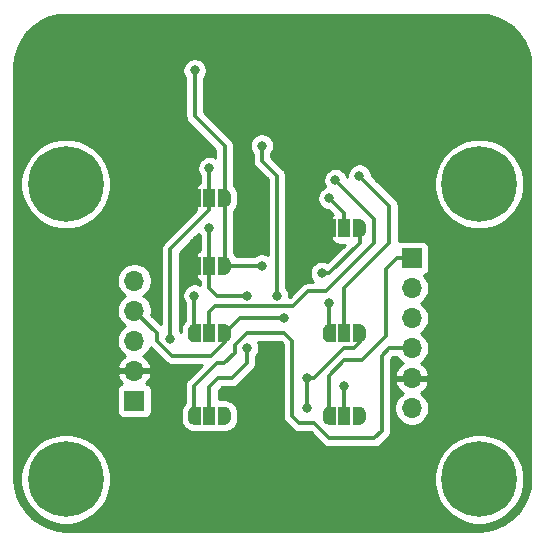
<source format=gbr>
%TF.GenerationSoftware,KiCad,Pcbnew,(5.1.9)-1*%
%TF.CreationDate,2021-04-28T11:17:24-03:00*%
%TF.ProjectId,1335_rev1,31333335-5f72-4657-9631-2e6b69636164,rev?*%
%TF.SameCoordinates,Original*%
%TF.FileFunction,Copper,L2,Bot*%
%TF.FilePolarity,Positive*%
%FSLAX46Y46*%
G04 Gerber Fmt 4.6, Leading zero omitted, Abs format (unit mm)*
G04 Created by KiCad (PCBNEW (5.1.9)-1) date 2021-04-28 11:17:24*
%MOMM*%
%LPD*%
G01*
G04 APERTURE LIST*
%TA.AperFunction,ComponentPad*%
%ADD10O,1.700000X1.700000*%
%TD*%
%TA.AperFunction,ComponentPad*%
%ADD11R,1.700000X1.700000*%
%TD*%
%TA.AperFunction,SMDPad,CuDef*%
%ADD12R,1.000000X1.500000*%
%TD*%
%TA.AperFunction,SMDPad,CuDef*%
%ADD13C,0.100000*%
%TD*%
%TA.AperFunction,ComponentPad*%
%ADD14C,6.400000*%
%TD*%
%TA.AperFunction,ComponentPad*%
%ADD15C,0.800000*%
%TD*%
%TA.AperFunction,ViaPad*%
%ADD16C,0.800000*%
%TD*%
%TA.AperFunction,Conductor*%
%ADD17C,0.300000*%
%TD*%
%TA.AperFunction,Conductor*%
%ADD18C,0.250000*%
%TD*%
%TA.AperFunction,Conductor*%
%ADD19C,0.254000*%
%TD*%
%TA.AperFunction,Conductor*%
%ADD20C,0.100000*%
%TD*%
G04 APERTURE END LIST*
D10*
%TO.P,J1,5*%
%TO.N,+3V3*%
X130810000Y-83185000D03*
%TO.P,J1,4*%
%TO.N,SDA*%
X130810000Y-85725000D03*
%TO.P,J1,3*%
%TO.N,SCL*%
X130810000Y-88265000D03*
%TO.P,J1,2*%
%TO.N,GND*%
X130810000Y-90805000D03*
D11*
%TO.P,J1,1*%
%TO.N,+5V*%
X130810000Y-93345000D03*
%TD*%
D10*
%TO.P,J2,6*%
%TO.N,+5V*%
X154305000Y-93980000D03*
%TO.P,J2,5*%
%TO.N,GND*%
X154305000Y-91440000D03*
%TO.P,J2,4*%
%TO.N,MOSI*%
X154305000Y-88900000D03*
%TO.P,J2,3*%
%TO.N,MISO*%
X154305000Y-86360000D03*
%TO.P,J2,2*%
%TO.N,SCK*%
X154305000Y-83820000D03*
D11*
%TO.P,J2,1*%
%TO.N,CS*%
X154305000Y-81280000D03*
%TD*%
D12*
%TO.P,JP7,2*%
%TO.N,/SA1-MOSI*%
X137160000Y-81915000D03*
%TA.AperFunction,SMDPad,CuDef*%
D13*
%TO.P,JP7,3*%
%TO.N,GND*%
G36*
X135860000Y-82664398D02*
G01*
X135835466Y-82664398D01*
X135786635Y-82659588D01*
X135738510Y-82650016D01*
X135691555Y-82635772D01*
X135646222Y-82616995D01*
X135602949Y-82593864D01*
X135562150Y-82566604D01*
X135524221Y-82535476D01*
X135489524Y-82500779D01*
X135458396Y-82462850D01*
X135431136Y-82422051D01*
X135408005Y-82378778D01*
X135389228Y-82333445D01*
X135374984Y-82286490D01*
X135365412Y-82238365D01*
X135360602Y-82189534D01*
X135360602Y-82165000D01*
X135360000Y-82165000D01*
X135360000Y-81665000D01*
X135360602Y-81665000D01*
X135360602Y-81640466D01*
X135365412Y-81591635D01*
X135374984Y-81543510D01*
X135389228Y-81496555D01*
X135408005Y-81451222D01*
X135431136Y-81407949D01*
X135458396Y-81367150D01*
X135489524Y-81329221D01*
X135524221Y-81294524D01*
X135562150Y-81263396D01*
X135602949Y-81236136D01*
X135646222Y-81213005D01*
X135691555Y-81194228D01*
X135738510Y-81179984D01*
X135786635Y-81170412D01*
X135835466Y-81165602D01*
X135860000Y-81165602D01*
X135860000Y-81165000D01*
X136410000Y-81165000D01*
X136410000Y-82665000D01*
X135860000Y-82665000D01*
X135860000Y-82664398D01*
G37*
%TD.AperFunction*%
%TA.AperFunction,SMDPad,CuDef*%
%TO.P,JP7,1*%
%TO.N,/BYP*%
G36*
X137910000Y-81165000D02*
G01*
X138460000Y-81165000D01*
X138460000Y-81165602D01*
X138484534Y-81165602D01*
X138533365Y-81170412D01*
X138581490Y-81179984D01*
X138628445Y-81194228D01*
X138673778Y-81213005D01*
X138717051Y-81236136D01*
X138757850Y-81263396D01*
X138795779Y-81294524D01*
X138830476Y-81329221D01*
X138861604Y-81367150D01*
X138888864Y-81407949D01*
X138911995Y-81451222D01*
X138930772Y-81496555D01*
X138945016Y-81543510D01*
X138954588Y-81591635D01*
X138959398Y-81640466D01*
X138959398Y-81665000D01*
X138960000Y-81665000D01*
X138960000Y-82165000D01*
X138959398Y-82165000D01*
X138959398Y-82189534D01*
X138954588Y-82238365D01*
X138945016Y-82286490D01*
X138930772Y-82333445D01*
X138911995Y-82378778D01*
X138888864Y-82422051D01*
X138861604Y-82462850D01*
X138830476Y-82500779D01*
X138795779Y-82535476D01*
X138757850Y-82566604D01*
X138717051Y-82593864D01*
X138673778Y-82616995D01*
X138628445Y-82635772D01*
X138581490Y-82650016D01*
X138533365Y-82659588D01*
X138484534Y-82664398D01*
X138460000Y-82664398D01*
X138460000Y-82665000D01*
X137910000Y-82665000D01*
X137910000Y-81165000D01*
G37*
%TD.AperFunction*%
%TD*%
D12*
%TO.P,JP6,2*%
%TO.N,/SA1-MOSI*%
X137160000Y-94615000D03*
%TA.AperFunction,SMDPad,CuDef*%
D13*
%TO.P,JP6,3*%
%TO.N,MOSI*%
G36*
X135860000Y-95364398D02*
G01*
X135835466Y-95364398D01*
X135786635Y-95359588D01*
X135738510Y-95350016D01*
X135691555Y-95335772D01*
X135646222Y-95316995D01*
X135602949Y-95293864D01*
X135562150Y-95266604D01*
X135524221Y-95235476D01*
X135489524Y-95200779D01*
X135458396Y-95162850D01*
X135431136Y-95122051D01*
X135408005Y-95078778D01*
X135389228Y-95033445D01*
X135374984Y-94986490D01*
X135365412Y-94938365D01*
X135360602Y-94889534D01*
X135360602Y-94865000D01*
X135360000Y-94865000D01*
X135360000Y-94365000D01*
X135360602Y-94365000D01*
X135360602Y-94340466D01*
X135365412Y-94291635D01*
X135374984Y-94243510D01*
X135389228Y-94196555D01*
X135408005Y-94151222D01*
X135431136Y-94107949D01*
X135458396Y-94067150D01*
X135489524Y-94029221D01*
X135524221Y-93994524D01*
X135562150Y-93963396D01*
X135602949Y-93936136D01*
X135646222Y-93913005D01*
X135691555Y-93894228D01*
X135738510Y-93879984D01*
X135786635Y-93870412D01*
X135835466Y-93865602D01*
X135860000Y-93865602D01*
X135860000Y-93865000D01*
X136410000Y-93865000D01*
X136410000Y-95365000D01*
X135860000Y-95365000D01*
X135860000Y-95364398D01*
G37*
%TD.AperFunction*%
%TA.AperFunction,SMDPad,CuDef*%
%TO.P,JP6,1*%
%TO.N,Net-(JP6-Pad1)*%
G36*
X137910000Y-93865000D02*
G01*
X138460000Y-93865000D01*
X138460000Y-93865602D01*
X138484534Y-93865602D01*
X138533365Y-93870412D01*
X138581490Y-93879984D01*
X138628445Y-93894228D01*
X138673778Y-93913005D01*
X138717051Y-93936136D01*
X138757850Y-93963396D01*
X138795779Y-93994524D01*
X138830476Y-94029221D01*
X138861604Y-94067150D01*
X138888864Y-94107949D01*
X138911995Y-94151222D01*
X138930772Y-94196555D01*
X138945016Y-94243510D01*
X138954588Y-94291635D01*
X138959398Y-94340466D01*
X138959398Y-94365000D01*
X138960000Y-94365000D01*
X138960000Y-94865000D01*
X138959398Y-94865000D01*
X138959398Y-94889534D01*
X138954588Y-94938365D01*
X138945016Y-94986490D01*
X138930772Y-95033445D01*
X138911995Y-95078778D01*
X138888864Y-95122051D01*
X138861604Y-95162850D01*
X138830476Y-95200779D01*
X138795779Y-95235476D01*
X138757850Y-95266604D01*
X138717051Y-95293864D01*
X138673778Y-95316995D01*
X138628445Y-95335772D01*
X138581490Y-95350016D01*
X138533365Y-95359588D01*
X138484534Y-95364398D01*
X138460000Y-95364398D01*
X138460000Y-95365000D01*
X137910000Y-95365000D01*
X137910000Y-93865000D01*
G37*
%TD.AperFunction*%
%TD*%
D12*
%TO.P,JP5,2*%
%TO.N,/SDA-MISO*%
X137160000Y-87630000D03*
%TA.AperFunction,SMDPad,CuDef*%
D13*
%TO.P,JP5,3*%
%TO.N,MISO*%
G36*
X135860000Y-88379398D02*
G01*
X135835466Y-88379398D01*
X135786635Y-88374588D01*
X135738510Y-88365016D01*
X135691555Y-88350772D01*
X135646222Y-88331995D01*
X135602949Y-88308864D01*
X135562150Y-88281604D01*
X135524221Y-88250476D01*
X135489524Y-88215779D01*
X135458396Y-88177850D01*
X135431136Y-88137051D01*
X135408005Y-88093778D01*
X135389228Y-88048445D01*
X135374984Y-88001490D01*
X135365412Y-87953365D01*
X135360602Y-87904534D01*
X135360602Y-87880000D01*
X135360000Y-87880000D01*
X135360000Y-87380000D01*
X135360602Y-87380000D01*
X135360602Y-87355466D01*
X135365412Y-87306635D01*
X135374984Y-87258510D01*
X135389228Y-87211555D01*
X135408005Y-87166222D01*
X135431136Y-87122949D01*
X135458396Y-87082150D01*
X135489524Y-87044221D01*
X135524221Y-87009524D01*
X135562150Y-86978396D01*
X135602949Y-86951136D01*
X135646222Y-86928005D01*
X135691555Y-86909228D01*
X135738510Y-86894984D01*
X135786635Y-86885412D01*
X135835466Y-86880602D01*
X135860000Y-86880602D01*
X135860000Y-86880000D01*
X136410000Y-86880000D01*
X136410000Y-88380000D01*
X135860000Y-88380000D01*
X135860000Y-88379398D01*
G37*
%TD.AperFunction*%
%TA.AperFunction,SMDPad,CuDef*%
%TO.P,JP5,1*%
%TO.N,SDA*%
G36*
X137910000Y-86880000D02*
G01*
X138460000Y-86880000D01*
X138460000Y-86880602D01*
X138484534Y-86880602D01*
X138533365Y-86885412D01*
X138581490Y-86894984D01*
X138628445Y-86909228D01*
X138673778Y-86928005D01*
X138717051Y-86951136D01*
X138757850Y-86978396D01*
X138795779Y-87009524D01*
X138830476Y-87044221D01*
X138861604Y-87082150D01*
X138888864Y-87122949D01*
X138911995Y-87166222D01*
X138930772Y-87211555D01*
X138945016Y-87258510D01*
X138954588Y-87306635D01*
X138959398Y-87355466D01*
X138959398Y-87380000D01*
X138960000Y-87380000D01*
X138960000Y-87880000D01*
X138959398Y-87880000D01*
X138959398Y-87904534D01*
X138954588Y-87953365D01*
X138945016Y-88001490D01*
X138930772Y-88048445D01*
X138911995Y-88093778D01*
X138888864Y-88137051D01*
X138861604Y-88177850D01*
X138830476Y-88215779D01*
X138795779Y-88250476D01*
X138757850Y-88281604D01*
X138717051Y-88308864D01*
X138673778Y-88331995D01*
X138628445Y-88350772D01*
X138581490Y-88365016D01*
X138533365Y-88374588D01*
X138484534Y-88379398D01*
X138460000Y-88379398D01*
X138460000Y-88380000D01*
X137910000Y-88380000D01*
X137910000Y-86880000D01*
G37*
%TD.AperFunction*%
%TD*%
D12*
%TO.P,JP4,2*%
%TO.N,/SA0-CS*%
X137160000Y-76200000D03*
%TA.AperFunction,SMDPad,CuDef*%
D13*
%TO.P,JP4,3*%
%TO.N,GND*%
G36*
X135860000Y-76949398D02*
G01*
X135835466Y-76949398D01*
X135786635Y-76944588D01*
X135738510Y-76935016D01*
X135691555Y-76920772D01*
X135646222Y-76901995D01*
X135602949Y-76878864D01*
X135562150Y-76851604D01*
X135524221Y-76820476D01*
X135489524Y-76785779D01*
X135458396Y-76747850D01*
X135431136Y-76707051D01*
X135408005Y-76663778D01*
X135389228Y-76618445D01*
X135374984Y-76571490D01*
X135365412Y-76523365D01*
X135360602Y-76474534D01*
X135360602Y-76450000D01*
X135360000Y-76450000D01*
X135360000Y-75950000D01*
X135360602Y-75950000D01*
X135360602Y-75925466D01*
X135365412Y-75876635D01*
X135374984Y-75828510D01*
X135389228Y-75781555D01*
X135408005Y-75736222D01*
X135431136Y-75692949D01*
X135458396Y-75652150D01*
X135489524Y-75614221D01*
X135524221Y-75579524D01*
X135562150Y-75548396D01*
X135602949Y-75521136D01*
X135646222Y-75498005D01*
X135691555Y-75479228D01*
X135738510Y-75464984D01*
X135786635Y-75455412D01*
X135835466Y-75450602D01*
X135860000Y-75450602D01*
X135860000Y-75450000D01*
X136410000Y-75450000D01*
X136410000Y-76950000D01*
X135860000Y-76950000D01*
X135860000Y-76949398D01*
G37*
%TD.AperFunction*%
%TA.AperFunction,SMDPad,CuDef*%
%TO.P,JP4,1*%
%TO.N,/BYP*%
G36*
X137910000Y-75450000D02*
G01*
X138460000Y-75450000D01*
X138460000Y-75450602D01*
X138484534Y-75450602D01*
X138533365Y-75455412D01*
X138581490Y-75464984D01*
X138628445Y-75479228D01*
X138673778Y-75498005D01*
X138717051Y-75521136D01*
X138757850Y-75548396D01*
X138795779Y-75579524D01*
X138830476Y-75614221D01*
X138861604Y-75652150D01*
X138888864Y-75692949D01*
X138911995Y-75736222D01*
X138930772Y-75781555D01*
X138945016Y-75828510D01*
X138954588Y-75876635D01*
X138959398Y-75925466D01*
X138959398Y-75950000D01*
X138960000Y-75950000D01*
X138960000Y-76450000D01*
X138959398Y-76450000D01*
X138959398Y-76474534D01*
X138954588Y-76523365D01*
X138945016Y-76571490D01*
X138930772Y-76618445D01*
X138911995Y-76663778D01*
X138888864Y-76707051D01*
X138861604Y-76747850D01*
X138830476Y-76785779D01*
X138795779Y-76820476D01*
X138757850Y-76851604D01*
X138717051Y-76878864D01*
X138673778Y-76901995D01*
X138628445Y-76920772D01*
X138581490Y-76935016D01*
X138533365Y-76944588D01*
X138484534Y-76949398D01*
X138460000Y-76949398D01*
X138460000Y-76950000D01*
X137910000Y-76950000D01*
X137910000Y-75450000D01*
G37*
%TD.AperFunction*%
%TD*%
D12*
%TO.P,JP3,2*%
%TO.N,/SA0-CS*%
X148590000Y-94615000D03*
%TA.AperFunction,SMDPad,CuDef*%
D13*
%TO.P,JP3,3*%
%TO.N,CS*%
G36*
X147290000Y-95364398D02*
G01*
X147265466Y-95364398D01*
X147216635Y-95359588D01*
X147168510Y-95350016D01*
X147121555Y-95335772D01*
X147076222Y-95316995D01*
X147032949Y-95293864D01*
X146992150Y-95266604D01*
X146954221Y-95235476D01*
X146919524Y-95200779D01*
X146888396Y-95162850D01*
X146861136Y-95122051D01*
X146838005Y-95078778D01*
X146819228Y-95033445D01*
X146804984Y-94986490D01*
X146795412Y-94938365D01*
X146790602Y-94889534D01*
X146790602Y-94865000D01*
X146790000Y-94865000D01*
X146790000Y-94365000D01*
X146790602Y-94365000D01*
X146790602Y-94340466D01*
X146795412Y-94291635D01*
X146804984Y-94243510D01*
X146819228Y-94196555D01*
X146838005Y-94151222D01*
X146861136Y-94107949D01*
X146888396Y-94067150D01*
X146919524Y-94029221D01*
X146954221Y-93994524D01*
X146992150Y-93963396D01*
X147032949Y-93936136D01*
X147076222Y-93913005D01*
X147121555Y-93894228D01*
X147168510Y-93879984D01*
X147216635Y-93870412D01*
X147265466Y-93865602D01*
X147290000Y-93865602D01*
X147290000Y-93865000D01*
X147840000Y-93865000D01*
X147840000Y-95365000D01*
X147290000Y-95365000D01*
X147290000Y-95364398D01*
G37*
%TD.AperFunction*%
%TA.AperFunction,SMDPad,CuDef*%
%TO.P,JP3,1*%
%TO.N,Net-(JP3-Pad1)*%
G36*
X149340000Y-93865000D02*
G01*
X149890000Y-93865000D01*
X149890000Y-93865602D01*
X149914534Y-93865602D01*
X149963365Y-93870412D01*
X150011490Y-93879984D01*
X150058445Y-93894228D01*
X150103778Y-93913005D01*
X150147051Y-93936136D01*
X150187850Y-93963396D01*
X150225779Y-93994524D01*
X150260476Y-94029221D01*
X150291604Y-94067150D01*
X150318864Y-94107949D01*
X150341995Y-94151222D01*
X150360772Y-94196555D01*
X150375016Y-94243510D01*
X150384588Y-94291635D01*
X150389398Y-94340466D01*
X150389398Y-94365000D01*
X150390000Y-94365000D01*
X150390000Y-94865000D01*
X150389398Y-94865000D01*
X150389398Y-94889534D01*
X150384588Y-94938365D01*
X150375016Y-94986490D01*
X150360772Y-95033445D01*
X150341995Y-95078778D01*
X150318864Y-95122051D01*
X150291604Y-95162850D01*
X150260476Y-95200779D01*
X150225779Y-95235476D01*
X150187850Y-95266604D01*
X150147051Y-95293864D01*
X150103778Y-95316995D01*
X150058445Y-95335772D01*
X150011490Y-95350016D01*
X149963365Y-95359588D01*
X149914534Y-95364398D01*
X149890000Y-95364398D01*
X149890000Y-95365000D01*
X149340000Y-95365000D01*
X149340000Y-93865000D01*
G37*
%TD.AperFunction*%
%TD*%
D12*
%TO.P,JP2,2*%
%TO.N,/SCL-CLK*%
X148590000Y-87630000D03*
%TA.AperFunction,SMDPad,CuDef*%
D13*
%TO.P,JP2,3*%
%TO.N,SCK*%
G36*
X147290000Y-88379398D02*
G01*
X147265466Y-88379398D01*
X147216635Y-88374588D01*
X147168510Y-88365016D01*
X147121555Y-88350772D01*
X147076222Y-88331995D01*
X147032949Y-88308864D01*
X146992150Y-88281604D01*
X146954221Y-88250476D01*
X146919524Y-88215779D01*
X146888396Y-88177850D01*
X146861136Y-88137051D01*
X146838005Y-88093778D01*
X146819228Y-88048445D01*
X146804984Y-88001490D01*
X146795412Y-87953365D01*
X146790602Y-87904534D01*
X146790602Y-87880000D01*
X146790000Y-87880000D01*
X146790000Y-87380000D01*
X146790602Y-87380000D01*
X146790602Y-87355466D01*
X146795412Y-87306635D01*
X146804984Y-87258510D01*
X146819228Y-87211555D01*
X146838005Y-87166222D01*
X146861136Y-87122949D01*
X146888396Y-87082150D01*
X146919524Y-87044221D01*
X146954221Y-87009524D01*
X146992150Y-86978396D01*
X147032949Y-86951136D01*
X147076222Y-86928005D01*
X147121555Y-86909228D01*
X147168510Y-86894984D01*
X147216635Y-86885412D01*
X147265466Y-86880602D01*
X147290000Y-86880602D01*
X147290000Y-86880000D01*
X147840000Y-86880000D01*
X147840000Y-88380000D01*
X147290000Y-88380000D01*
X147290000Y-88379398D01*
G37*
%TD.AperFunction*%
%TA.AperFunction,SMDPad,CuDef*%
%TO.P,JP2,1*%
%TO.N,SCL*%
G36*
X149340000Y-86880000D02*
G01*
X149890000Y-86880000D01*
X149890000Y-86880602D01*
X149914534Y-86880602D01*
X149963365Y-86885412D01*
X150011490Y-86894984D01*
X150058445Y-86909228D01*
X150103778Y-86928005D01*
X150147051Y-86951136D01*
X150187850Y-86978396D01*
X150225779Y-87009524D01*
X150260476Y-87044221D01*
X150291604Y-87082150D01*
X150318864Y-87122949D01*
X150341995Y-87166222D01*
X150360772Y-87211555D01*
X150375016Y-87258510D01*
X150384588Y-87306635D01*
X150389398Y-87355466D01*
X150389398Y-87380000D01*
X150390000Y-87380000D01*
X150390000Y-87880000D01*
X150389398Y-87880000D01*
X150389398Y-87904534D01*
X150384588Y-87953365D01*
X150375016Y-88001490D01*
X150360772Y-88048445D01*
X150341995Y-88093778D01*
X150318864Y-88137051D01*
X150291604Y-88177850D01*
X150260476Y-88215779D01*
X150225779Y-88250476D01*
X150187850Y-88281604D01*
X150147051Y-88308864D01*
X150103778Y-88331995D01*
X150058445Y-88350772D01*
X150011490Y-88365016D01*
X149963365Y-88374588D01*
X149914534Y-88379398D01*
X149890000Y-88379398D01*
X149890000Y-88380000D01*
X149340000Y-88380000D01*
X149340000Y-86880000D01*
G37*
%TD.AperFunction*%
%TD*%
D12*
%TO.P,JP1,2*%
%TO.N,/ISEL*%
X148590000Y-78740000D03*
%TA.AperFunction,SMDPad,CuDef*%
D13*
%TO.P,JP1,3*%
%TO.N,GND*%
G36*
X147290000Y-79489398D02*
G01*
X147265466Y-79489398D01*
X147216635Y-79484588D01*
X147168510Y-79475016D01*
X147121555Y-79460772D01*
X147076222Y-79441995D01*
X147032949Y-79418864D01*
X146992150Y-79391604D01*
X146954221Y-79360476D01*
X146919524Y-79325779D01*
X146888396Y-79287850D01*
X146861136Y-79247051D01*
X146838005Y-79203778D01*
X146819228Y-79158445D01*
X146804984Y-79111490D01*
X146795412Y-79063365D01*
X146790602Y-79014534D01*
X146790602Y-78990000D01*
X146790000Y-78990000D01*
X146790000Y-78490000D01*
X146790602Y-78490000D01*
X146790602Y-78465466D01*
X146795412Y-78416635D01*
X146804984Y-78368510D01*
X146819228Y-78321555D01*
X146838005Y-78276222D01*
X146861136Y-78232949D01*
X146888396Y-78192150D01*
X146919524Y-78154221D01*
X146954221Y-78119524D01*
X146992150Y-78088396D01*
X147032949Y-78061136D01*
X147076222Y-78038005D01*
X147121555Y-78019228D01*
X147168510Y-78004984D01*
X147216635Y-77995412D01*
X147265466Y-77990602D01*
X147290000Y-77990602D01*
X147290000Y-77990000D01*
X147840000Y-77990000D01*
X147840000Y-79490000D01*
X147290000Y-79490000D01*
X147290000Y-79489398D01*
G37*
%TD.AperFunction*%
%TA.AperFunction,SMDPad,CuDef*%
%TO.P,JP1,1*%
%TO.N,/BYP*%
G36*
X149340000Y-77990000D02*
G01*
X149890000Y-77990000D01*
X149890000Y-77990602D01*
X149914534Y-77990602D01*
X149963365Y-77995412D01*
X150011490Y-78004984D01*
X150058445Y-78019228D01*
X150103778Y-78038005D01*
X150147051Y-78061136D01*
X150187850Y-78088396D01*
X150225779Y-78119524D01*
X150260476Y-78154221D01*
X150291604Y-78192150D01*
X150318864Y-78232949D01*
X150341995Y-78276222D01*
X150360772Y-78321555D01*
X150375016Y-78368510D01*
X150384588Y-78416635D01*
X150389398Y-78465466D01*
X150389398Y-78490000D01*
X150390000Y-78490000D01*
X150390000Y-78990000D01*
X150389398Y-78990000D01*
X150389398Y-79014534D01*
X150384588Y-79063365D01*
X150375016Y-79111490D01*
X150360772Y-79158445D01*
X150341995Y-79203778D01*
X150318864Y-79247051D01*
X150291604Y-79287850D01*
X150260476Y-79325779D01*
X150225779Y-79360476D01*
X150187850Y-79391604D01*
X150147051Y-79418864D01*
X150103778Y-79441995D01*
X150058445Y-79460772D01*
X150011490Y-79475016D01*
X149963365Y-79484588D01*
X149914534Y-79489398D01*
X149890000Y-79489398D01*
X149890000Y-79490000D01*
X149340000Y-79490000D01*
X149340000Y-77990000D01*
G37*
%TD.AperFunction*%
%TD*%
D14*
%TO.P,H1,1*%
%TO.N,N/C*%
X125000000Y-75000000D03*
D15*
X127400000Y-75000000D03*
X126697056Y-76697056D03*
X125000000Y-77400000D03*
X123302944Y-76697056D03*
X122600000Y-75000000D03*
X123302944Y-73302944D03*
X125000000Y-72600000D03*
X126697056Y-73302944D03*
%TD*%
%TO.P,H2,1*%
%TO.N,N/C*%
X161697056Y-73302944D03*
X160000000Y-72600000D03*
X158302944Y-73302944D03*
X157600000Y-75000000D03*
X158302944Y-76697056D03*
X160000000Y-77400000D03*
X161697056Y-76697056D03*
X162400000Y-75000000D03*
D14*
X160000000Y-75000000D03*
%TD*%
%TO.P,H3,1*%
%TO.N,N/C*%
X125000000Y-100000000D03*
D15*
X127400000Y-100000000D03*
X126697056Y-101697056D03*
X125000000Y-102400000D03*
X123302944Y-101697056D03*
X122600000Y-100000000D03*
X123302944Y-98302944D03*
X125000000Y-97600000D03*
X126697056Y-98302944D03*
%TD*%
%TO.P,H4,1*%
%TO.N,N/C*%
X161697056Y-98302944D03*
X160000000Y-97600000D03*
X158302944Y-98302944D03*
X157600000Y-100000000D03*
X158302944Y-101697056D03*
X160000000Y-102400000D03*
X161697056Y-101697056D03*
X162400000Y-100000000D03*
D14*
X160000000Y-100000000D03*
%TD*%
D16*
%TO.N,/BYP*%
X146685000Y-82550000D03*
X141605000Y-81915000D03*
X135920000Y-65375000D03*
%TO.N,GND*%
X162560000Y-68580000D03*
X144780000Y-78740000D03*
X135890000Y-80010000D03*
X162560000Y-66040000D03*
X160020000Y-66040000D03*
X160020000Y-63500000D03*
X162560000Y-63500000D03*
X160020000Y-68580000D03*
X157480000Y-68580000D03*
X157480000Y-66040000D03*
X157480000Y-63500000D03*
X154940000Y-63500000D03*
X154940000Y-66040000D03*
X154940000Y-68580000D03*
X152400000Y-68580000D03*
X152400000Y-66040000D03*
X152400000Y-63500000D03*
X152400000Y-71120000D03*
X154940000Y-71120000D03*
X154940000Y-73660000D03*
X152400000Y-73660000D03*
X121920000Y-63500000D03*
X121920000Y-66040000D03*
X124460000Y-63500000D03*
X127000000Y-63500000D03*
X127000000Y-66040000D03*
X124460000Y-66040000D03*
X124460000Y-68580000D03*
X121920000Y-68580000D03*
X127000000Y-68580000D03*
X129540000Y-63500000D03*
X129540000Y-66040000D03*
X129540000Y-68580000D03*
X129540000Y-71120000D03*
X132080000Y-71120000D03*
X132080000Y-73660000D03*
X129540000Y-73660000D03*
X127000000Y-71120000D03*
X121920000Y-71120000D03*
X157480000Y-71120000D03*
X162560000Y-71120000D03*
X129540000Y-99060000D03*
X132080000Y-99060000D03*
X134620000Y-99060000D03*
X134620000Y-101600000D03*
X132080000Y-101600000D03*
X129540000Y-101600000D03*
X137160000Y-99060000D03*
X137160000Y-101600000D03*
X149860000Y-101600000D03*
X149860000Y-99060000D03*
X152400000Y-99060000D03*
X152400000Y-101600000D03*
X154940000Y-101600000D03*
X154940000Y-99060000D03*
X147320000Y-101600000D03*
X144780000Y-101600000D03*
X142240000Y-101600000D03*
X139700000Y-101600000D03*
X139700000Y-99060000D03*
X142240000Y-99060000D03*
X144780000Y-99060000D03*
X147320000Y-99060000D03*
X132080000Y-68580000D03*
X132080000Y-66040000D03*
X132080000Y-63500000D03*
%TO.N,SCK*%
X147320000Y-85090000D03*
%TO.N,MISO*%
X135890000Y-84455000D03*
%TO.N,+5V*%
X141605000Y-71755000D03*
X142875000Y-84455000D03*
%TO.N,SDA*%
X143510000Y-86360000D03*
%TO.N,SCL*%
X145415000Y-91440000D03*
X145415000Y-93980000D03*
%TO.N,/ISEL*%
X147320000Y-76200000D03*
%TO.N,/SDA-MISO*%
X147828000Y-74676000D03*
%TO.N,/SCL-CLK*%
X149860000Y-74295000D03*
%TO.N,/SA1-MOSI*%
X137160000Y-78740000D03*
X140335000Y-84455000D03*
X140335000Y-88900000D03*
%TO.N,/SA0-CS*%
X137160000Y-73660000D03*
X133858000Y-88138000D03*
X148590000Y-92075000D03*
%TD*%
D17*
%TO.N,/BYP*%
X149890000Y-78740000D02*
X149890000Y-79980000D01*
X147320000Y-82550000D02*
X146685000Y-82550000D01*
X149890000Y-79980000D02*
X147320000Y-82550000D01*
X141605000Y-81915000D02*
X138460000Y-81915000D01*
X138460000Y-81915000D02*
X138460000Y-76200000D01*
X135920000Y-69245000D02*
X135920000Y-65375000D01*
X138460000Y-71785000D02*
X135920000Y-69245000D01*
X138460000Y-76200000D02*
X138460000Y-71785000D01*
D18*
%TO.N,GND*%
X147290000Y-78740000D02*
X147290000Y-78075000D01*
X135860000Y-80040000D02*
X135890000Y-80010000D01*
X135860000Y-81915000D02*
X135860000Y-80040000D01*
D17*
X147290000Y-78740000D02*
X144780000Y-78740000D01*
%TO.N,SCK*%
X147320000Y-87600000D02*
X147290000Y-87630000D01*
X147320000Y-85090000D02*
X147320000Y-87600000D01*
%TO.N,MISO*%
X135860000Y-84485000D02*
X135890000Y-84455000D01*
X135860000Y-87630000D02*
X135860000Y-84485000D01*
%TO.N,MOSI*%
X152400000Y-88900000D02*
X154305000Y-88900000D01*
X151765000Y-89535000D02*
X152400000Y-88900000D01*
X151765000Y-95885000D02*
X151765000Y-89535000D01*
X151130000Y-96520000D02*
X151765000Y-95885000D01*
X135860000Y-92105000D02*
X137795000Y-90170000D01*
X139310010Y-88654990D02*
X140335000Y-87630000D01*
X144145000Y-94615000D02*
X144780000Y-95250000D01*
X137795000Y-90170000D02*
X138430000Y-90170000D01*
X135860000Y-94615000D02*
X135860000Y-92105000D01*
X144780000Y-95250000D02*
X146050000Y-95250000D01*
X146050000Y-95250000D02*
X147320000Y-96520000D01*
X138430000Y-90170000D02*
X139310010Y-89289990D01*
X147320000Y-96520000D02*
X151130000Y-96520000D01*
X140335000Y-87630000D02*
X143510000Y-87630000D01*
X139310010Y-89289990D02*
X139310010Y-88654990D01*
X143510000Y-87630000D02*
X144145000Y-88265000D01*
X144145000Y-88265000D02*
X144145000Y-94615000D01*
%TO.N,+5V*%
X141605000Y-71755000D02*
X141605000Y-73025000D01*
X141605000Y-73025000D02*
X142875000Y-74295000D01*
X142875000Y-84455000D02*
X142875000Y-74295000D01*
%TO.N,SDA*%
X139730000Y-86360000D02*
X138460000Y-87630000D01*
X138460000Y-88377592D02*
X137302592Y-89535000D01*
X138460000Y-87630000D02*
X138460000Y-88377592D01*
X137302592Y-89535000D02*
X133985000Y-89535000D01*
X133985000Y-89535000D02*
X132715000Y-88265000D01*
X132715000Y-87630000D02*
X130810000Y-85725000D01*
X132715000Y-88265000D02*
X132715000Y-87630000D01*
X143510000Y-86360000D02*
X139730000Y-86360000D01*
%TO.N,SCL*%
X145415000Y-91440000D02*
X146050000Y-91440000D01*
X146050000Y-91440000D02*
X148590000Y-88900000D01*
X149860000Y-87660000D02*
X149890000Y-87630000D01*
X145415000Y-93980000D02*
X145415000Y-91440000D01*
D18*
X149890000Y-87630000D02*
X149890000Y-88235000D01*
D17*
X149367592Y-88900000D02*
X148590000Y-88900000D01*
X149890000Y-88377592D02*
X149367592Y-88900000D01*
X149890000Y-87630000D02*
X149890000Y-88377592D01*
%TO.N,CS*%
X153035000Y-81280000D02*
X154305000Y-81280000D01*
X152146000Y-87884000D02*
X152146000Y-82169000D01*
X150114000Y-89916000D02*
X152146000Y-87884000D01*
X152146000Y-82169000D02*
X153035000Y-81280000D01*
X148590000Y-89916000D02*
X150114000Y-89916000D01*
X147290000Y-91216000D02*
X148590000Y-89916000D01*
X147290000Y-94615000D02*
X147290000Y-91216000D01*
%TO.N,/ISEL*%
X148590000Y-77470000D02*
X147320000Y-76200000D01*
X148590000Y-78740000D02*
X148590000Y-77470000D01*
%TO.N,/SDA-MISO*%
X151130000Y-77978000D02*
X147828000Y-74676000D01*
X151130000Y-80010000D02*
X151130000Y-77978000D01*
X145542000Y-84074000D02*
X147066000Y-84074000D01*
X144272000Y-85344000D02*
X145542000Y-84074000D01*
X137668000Y-85344000D02*
X144272000Y-85344000D01*
X137160000Y-85852000D02*
X137668000Y-85344000D01*
X147066000Y-84074000D02*
X151130000Y-80010000D01*
X137160000Y-87630000D02*
X137160000Y-85852000D01*
%TO.N,/SCL-CLK*%
X151892000Y-76327000D02*
X149860000Y-74295000D01*
X152400000Y-76835000D02*
X151892000Y-76327000D01*
X152400000Y-80010000D02*
X152400000Y-76835000D01*
X148590000Y-83820000D02*
X152400000Y-80010000D01*
X148590000Y-87630000D02*
X148590000Y-83820000D01*
%TO.N,/SA1-MOSI*%
X137160000Y-78740000D02*
X137160000Y-81915000D01*
X137922000Y-91440000D02*
X137160000Y-92202000D01*
X137160000Y-92202000D02*
X137160000Y-94615000D01*
X137160000Y-81915000D02*
X137160000Y-83820000D01*
X137160000Y-83820000D02*
X137795000Y-84455000D01*
X137795000Y-84455000D02*
X140335000Y-84455000D01*
X137922000Y-91440000D02*
X139065000Y-91440000D01*
X139065000Y-91440000D02*
X140335000Y-90170000D01*
X140335000Y-90170000D02*
X140335000Y-88900000D01*
%TO.N,/SA0-CS*%
X137160000Y-73660000D02*
X137160000Y-76200000D01*
X137160000Y-76200000D02*
X137160000Y-77216000D01*
X137160000Y-77216000D02*
X136652000Y-77724000D01*
X136652000Y-77724000D02*
X135382000Y-78994000D01*
X135382000Y-78994000D02*
X133858000Y-80518000D01*
X133858000Y-80518000D02*
X133858000Y-88138000D01*
X148590000Y-92075000D02*
X148590000Y-94615000D01*
%TD*%
D19*
%TO.N,GND*%
X160768083Y-60731173D02*
X161511891Y-60934656D01*
X162207905Y-61266638D01*
X162834130Y-61716626D01*
X163370777Y-62270403D01*
X163800871Y-62910451D01*
X164110829Y-63616553D01*
X164292065Y-64371457D01*
X164340000Y-65024207D01*
X164340001Y-99970597D01*
X164268827Y-100768083D01*
X164065344Y-101511890D01*
X163733363Y-102207904D01*
X163283374Y-102834130D01*
X162729597Y-103370777D01*
X162089549Y-103800871D01*
X161383447Y-104110829D01*
X160628543Y-104292065D01*
X159975793Y-104340000D01*
X125029392Y-104340000D01*
X124231917Y-104268827D01*
X123488110Y-104065344D01*
X122792096Y-103733363D01*
X122165870Y-103283374D01*
X121629223Y-102729597D01*
X121199129Y-102089549D01*
X120889171Y-101383447D01*
X120707935Y-100628543D01*
X120660000Y-99975793D01*
X120660000Y-99622285D01*
X121165000Y-99622285D01*
X121165000Y-100377715D01*
X121312377Y-101118628D01*
X121601467Y-101816554D01*
X122021161Y-102444670D01*
X122555330Y-102978839D01*
X123183446Y-103398533D01*
X123881372Y-103687623D01*
X124622285Y-103835000D01*
X125377715Y-103835000D01*
X126118628Y-103687623D01*
X126816554Y-103398533D01*
X127444670Y-102978839D01*
X127978839Y-102444670D01*
X128398533Y-101816554D01*
X128687623Y-101118628D01*
X128835000Y-100377715D01*
X128835000Y-99622285D01*
X156165000Y-99622285D01*
X156165000Y-100377715D01*
X156312377Y-101118628D01*
X156601467Y-101816554D01*
X157021161Y-102444670D01*
X157555330Y-102978839D01*
X158183446Y-103398533D01*
X158881372Y-103687623D01*
X159622285Y-103835000D01*
X160377715Y-103835000D01*
X161118628Y-103687623D01*
X161816554Y-103398533D01*
X162444670Y-102978839D01*
X162978839Y-102444670D01*
X163398533Y-101816554D01*
X163687623Y-101118628D01*
X163835000Y-100377715D01*
X163835000Y-99622285D01*
X163687623Y-98881372D01*
X163398533Y-98183446D01*
X162978839Y-97555330D01*
X162444670Y-97021161D01*
X161816554Y-96601467D01*
X161118628Y-96312377D01*
X160377715Y-96165000D01*
X159622285Y-96165000D01*
X158881372Y-96312377D01*
X158183446Y-96601467D01*
X157555330Y-97021161D01*
X157021161Y-97555330D01*
X156601467Y-98183446D01*
X156312377Y-98881372D01*
X156165000Y-99622285D01*
X128835000Y-99622285D01*
X128687623Y-98881372D01*
X128398533Y-98183446D01*
X127978839Y-97555330D01*
X127444670Y-97021161D01*
X126816554Y-96601467D01*
X126118628Y-96312377D01*
X125377715Y-96165000D01*
X124622285Y-96165000D01*
X123881372Y-96312377D01*
X123183446Y-96601467D01*
X122555330Y-97021161D01*
X122021161Y-97555330D01*
X121601467Y-98183446D01*
X121312377Y-98881372D01*
X121165000Y-99622285D01*
X120660000Y-99622285D01*
X120660000Y-92495000D01*
X129321928Y-92495000D01*
X129321928Y-94195000D01*
X129334188Y-94319482D01*
X129370498Y-94439180D01*
X129429463Y-94549494D01*
X129508815Y-94646185D01*
X129605506Y-94725537D01*
X129715820Y-94784502D01*
X129835518Y-94820812D01*
X129960000Y-94833072D01*
X131660000Y-94833072D01*
X131784482Y-94820812D01*
X131904180Y-94784502D01*
X132014494Y-94725537D01*
X132111185Y-94646185D01*
X132190537Y-94549494D01*
X132249502Y-94439180D01*
X132285812Y-94319482D01*
X132298072Y-94195000D01*
X132298072Y-92495000D01*
X132285812Y-92370518D01*
X132249502Y-92250820D01*
X132190537Y-92140506D01*
X132111185Y-92043815D01*
X132014494Y-91964463D01*
X131904180Y-91905498D01*
X131823534Y-91881034D01*
X131907588Y-91805269D01*
X132081641Y-91571920D01*
X132206825Y-91309099D01*
X132251476Y-91161890D01*
X132130155Y-90932000D01*
X130937000Y-90932000D01*
X130937000Y-90952000D01*
X130683000Y-90952000D01*
X130683000Y-90932000D01*
X129489845Y-90932000D01*
X129368524Y-91161890D01*
X129413175Y-91309099D01*
X129538359Y-91571920D01*
X129712412Y-91805269D01*
X129796466Y-91881034D01*
X129715820Y-91905498D01*
X129605506Y-91964463D01*
X129508815Y-92043815D01*
X129429463Y-92140506D01*
X129370498Y-92250820D01*
X129334188Y-92370518D01*
X129321928Y-92495000D01*
X120660000Y-92495000D01*
X120660000Y-83038740D01*
X129325000Y-83038740D01*
X129325000Y-83331260D01*
X129382068Y-83618158D01*
X129494010Y-83888411D01*
X129656525Y-84131632D01*
X129863368Y-84338475D01*
X130037760Y-84455000D01*
X129863368Y-84571525D01*
X129656525Y-84778368D01*
X129494010Y-85021589D01*
X129382068Y-85291842D01*
X129325000Y-85578740D01*
X129325000Y-85871260D01*
X129382068Y-86158158D01*
X129494010Y-86428411D01*
X129656525Y-86671632D01*
X129863368Y-86878475D01*
X130037760Y-86995000D01*
X129863368Y-87111525D01*
X129656525Y-87318368D01*
X129494010Y-87561589D01*
X129382068Y-87831842D01*
X129325000Y-88118740D01*
X129325000Y-88411260D01*
X129382068Y-88698158D01*
X129494010Y-88968411D01*
X129656525Y-89211632D01*
X129863368Y-89418475D01*
X130045534Y-89540195D01*
X129928645Y-89609822D01*
X129712412Y-89804731D01*
X129538359Y-90038080D01*
X129413175Y-90300901D01*
X129368524Y-90448110D01*
X129489845Y-90678000D01*
X130683000Y-90678000D01*
X130683000Y-90658000D01*
X130937000Y-90658000D01*
X130937000Y-90678000D01*
X132130155Y-90678000D01*
X132251476Y-90448110D01*
X132206825Y-90300901D01*
X132081641Y-90038080D01*
X131907588Y-89804731D01*
X131691355Y-89609822D01*
X131574466Y-89540195D01*
X131756632Y-89418475D01*
X131963475Y-89211632D01*
X132125990Y-88968411D01*
X132178940Y-88840577D01*
X132187188Y-88847345D01*
X133402658Y-90062815D01*
X133427236Y-90092764D01*
X133457184Y-90117342D01*
X133457187Y-90117345D01*
X133486559Y-90141450D01*
X133546767Y-90190862D01*
X133683140Y-90263754D01*
X133796672Y-90298194D01*
X133831112Y-90308641D01*
X133845490Y-90310057D01*
X133946439Y-90320000D01*
X133946446Y-90320000D01*
X133984999Y-90323797D01*
X134023552Y-90320000D01*
X136534842Y-90320000D01*
X135332185Y-91522658D01*
X135302237Y-91547236D01*
X135277659Y-91577184D01*
X135277655Y-91577188D01*
X135263951Y-91593887D01*
X135204139Y-91666767D01*
X135165177Y-91739660D01*
X135131246Y-91803141D01*
X135086359Y-91951114D01*
X135071203Y-92105000D01*
X135075001Y-92143563D01*
X135075000Y-93543928D01*
X135022310Y-93596618D01*
X134942958Y-93693309D01*
X134888502Y-93774808D01*
X134829536Y-93885125D01*
X134792027Y-93975681D01*
X134755718Y-94095377D01*
X134736596Y-94191510D01*
X134724336Y-94315991D01*
X134724336Y-94340550D01*
X134721928Y-94365000D01*
X134721928Y-94865000D01*
X134724336Y-94889450D01*
X134724336Y-94914009D01*
X134736596Y-95038490D01*
X134755718Y-95134623D01*
X134792027Y-95254319D01*
X134829536Y-95344875D01*
X134888502Y-95455192D01*
X134942958Y-95536691D01*
X135022310Y-95633382D01*
X135091618Y-95702690D01*
X135188309Y-95782042D01*
X135269808Y-95836498D01*
X135380125Y-95895464D01*
X135470681Y-95932973D01*
X135590377Y-95969282D01*
X135686510Y-95988404D01*
X135810991Y-96000664D01*
X135835550Y-96000664D01*
X135860000Y-96003072D01*
X136410000Y-96003072D01*
X136534482Y-95990812D01*
X136535000Y-95990655D01*
X136535518Y-95990812D01*
X136660000Y-96003072D01*
X137660000Y-96003072D01*
X137784482Y-95990812D01*
X137785000Y-95990655D01*
X137785518Y-95990812D01*
X137910000Y-96003072D01*
X138460000Y-96003072D01*
X138484450Y-96000664D01*
X138509009Y-96000664D01*
X138633490Y-95988404D01*
X138729623Y-95969282D01*
X138849319Y-95932973D01*
X138939875Y-95895464D01*
X139050192Y-95836498D01*
X139131691Y-95782042D01*
X139228382Y-95702690D01*
X139297690Y-95633382D01*
X139377042Y-95536691D01*
X139431498Y-95455192D01*
X139490464Y-95344875D01*
X139527973Y-95254319D01*
X139564282Y-95134623D01*
X139583404Y-95038490D01*
X139595664Y-94914009D01*
X139595664Y-94889450D01*
X139598072Y-94865000D01*
X139598072Y-94365000D01*
X139595664Y-94340550D01*
X139595664Y-94315991D01*
X139583404Y-94191510D01*
X139564282Y-94095377D01*
X139527973Y-93975681D01*
X139490464Y-93885125D01*
X139431498Y-93774808D01*
X139377042Y-93693309D01*
X139297690Y-93596618D01*
X139228382Y-93527310D01*
X139131691Y-93447958D01*
X139050192Y-93393502D01*
X138939875Y-93334536D01*
X138849319Y-93297027D01*
X138729623Y-93260718D01*
X138633490Y-93241596D01*
X138509009Y-93229336D01*
X138484450Y-93229336D01*
X138460000Y-93226928D01*
X137945000Y-93226928D01*
X137945000Y-92527157D01*
X138247157Y-92225000D01*
X139026447Y-92225000D01*
X139065000Y-92228797D01*
X139103553Y-92225000D01*
X139103561Y-92225000D01*
X139218887Y-92213641D01*
X139366860Y-92168754D01*
X139503233Y-92095862D01*
X139622764Y-91997764D01*
X139647347Y-91967810D01*
X140862817Y-90752341D01*
X140892764Y-90727764D01*
X140924052Y-90689641D01*
X140941450Y-90668441D01*
X140990862Y-90608233D01*
X141063754Y-90471860D01*
X141108641Y-90323887D01*
X141120000Y-90208561D01*
X141120000Y-90208554D01*
X141123797Y-90170001D01*
X141120000Y-90131448D01*
X141120000Y-89578711D01*
X141138937Y-89559774D01*
X141252205Y-89390256D01*
X141330226Y-89201898D01*
X141370000Y-89001939D01*
X141370000Y-88798061D01*
X141330226Y-88598102D01*
X141254382Y-88415000D01*
X143184843Y-88415000D01*
X143360000Y-88590157D01*
X143360001Y-94576437D01*
X143356203Y-94615000D01*
X143371359Y-94768886D01*
X143416246Y-94916859D01*
X143416247Y-94916860D01*
X143489139Y-95053233D01*
X143524330Y-95096113D01*
X143562655Y-95142812D01*
X143562659Y-95142816D01*
X143587237Y-95172764D01*
X143617185Y-95197342D01*
X144197653Y-95777810D01*
X144222236Y-95807764D01*
X144341767Y-95905862D01*
X144447237Y-95962236D01*
X144478140Y-95978754D01*
X144626113Y-96023642D01*
X144701026Y-96031020D01*
X144741439Y-96035000D01*
X144741444Y-96035000D01*
X144780000Y-96038797D01*
X144818556Y-96035000D01*
X145724843Y-96035000D01*
X146737658Y-97047815D01*
X146762236Y-97077764D01*
X146792184Y-97102342D01*
X146792187Y-97102345D01*
X146801203Y-97109744D01*
X146881767Y-97175862D01*
X147018140Y-97248754D01*
X147131672Y-97283194D01*
X147166112Y-97293641D01*
X147180490Y-97295057D01*
X147281439Y-97305000D01*
X147281446Y-97305000D01*
X147319999Y-97308797D01*
X147358552Y-97305000D01*
X151091447Y-97305000D01*
X151130000Y-97308797D01*
X151168553Y-97305000D01*
X151168561Y-97305000D01*
X151283887Y-97293641D01*
X151431860Y-97248754D01*
X151568233Y-97175862D01*
X151687764Y-97077764D01*
X151712347Y-97047810D01*
X152292811Y-96467346D01*
X152322764Y-96442764D01*
X152420862Y-96323233D01*
X152493754Y-96186860D01*
X152500385Y-96165000D01*
X152538642Y-96038887D01*
X152549073Y-95932973D01*
X152550000Y-95923561D01*
X152550000Y-95923556D01*
X152553797Y-95885000D01*
X152550000Y-95846444D01*
X152550000Y-93833740D01*
X152820000Y-93833740D01*
X152820000Y-94126260D01*
X152877068Y-94413158D01*
X152989010Y-94683411D01*
X153151525Y-94926632D01*
X153358368Y-95133475D01*
X153601589Y-95295990D01*
X153871842Y-95407932D01*
X154158740Y-95465000D01*
X154451260Y-95465000D01*
X154738158Y-95407932D01*
X155008411Y-95295990D01*
X155251632Y-95133475D01*
X155458475Y-94926632D01*
X155620990Y-94683411D01*
X155732932Y-94413158D01*
X155790000Y-94126260D01*
X155790000Y-93833740D01*
X155732932Y-93546842D01*
X155620990Y-93276589D01*
X155458475Y-93033368D01*
X155251632Y-92826525D01*
X155069466Y-92704805D01*
X155186355Y-92635178D01*
X155402588Y-92440269D01*
X155576641Y-92206920D01*
X155701825Y-91944099D01*
X155746476Y-91796890D01*
X155625155Y-91567000D01*
X154432000Y-91567000D01*
X154432000Y-91587000D01*
X154178000Y-91587000D01*
X154178000Y-91567000D01*
X152984845Y-91567000D01*
X152863524Y-91796890D01*
X152908175Y-91944099D01*
X153033359Y-92206920D01*
X153207412Y-92440269D01*
X153423645Y-92635178D01*
X153540534Y-92704805D01*
X153358368Y-92826525D01*
X153151525Y-93033368D01*
X152989010Y-93276589D01*
X152877068Y-93546842D01*
X152820000Y-93833740D01*
X152550000Y-93833740D01*
X152550000Y-89860157D01*
X152725157Y-89685000D01*
X153043526Y-89685000D01*
X153151525Y-89846632D01*
X153358368Y-90053475D01*
X153540534Y-90175195D01*
X153423645Y-90244822D01*
X153207412Y-90439731D01*
X153033359Y-90673080D01*
X152908175Y-90935901D01*
X152863524Y-91083110D01*
X152984845Y-91313000D01*
X154178000Y-91313000D01*
X154178000Y-91293000D01*
X154432000Y-91293000D01*
X154432000Y-91313000D01*
X155625155Y-91313000D01*
X155746476Y-91083110D01*
X155701825Y-90935901D01*
X155576641Y-90673080D01*
X155402588Y-90439731D01*
X155186355Y-90244822D01*
X155069466Y-90175195D01*
X155251632Y-90053475D01*
X155458475Y-89846632D01*
X155620990Y-89603411D01*
X155732932Y-89333158D01*
X155790000Y-89046260D01*
X155790000Y-88753740D01*
X155732932Y-88466842D01*
X155620990Y-88196589D01*
X155458475Y-87953368D01*
X155251632Y-87746525D01*
X155077240Y-87630000D01*
X155251632Y-87513475D01*
X155458475Y-87306632D01*
X155620990Y-87063411D01*
X155732932Y-86793158D01*
X155790000Y-86506260D01*
X155790000Y-86213740D01*
X155732932Y-85926842D01*
X155620990Y-85656589D01*
X155458475Y-85413368D01*
X155251632Y-85206525D01*
X155077240Y-85090000D01*
X155251632Y-84973475D01*
X155458475Y-84766632D01*
X155620990Y-84523411D01*
X155732932Y-84253158D01*
X155790000Y-83966260D01*
X155790000Y-83673740D01*
X155732932Y-83386842D01*
X155620990Y-83116589D01*
X155458475Y-82873368D01*
X155326620Y-82741513D01*
X155399180Y-82719502D01*
X155509494Y-82660537D01*
X155606185Y-82581185D01*
X155685537Y-82484494D01*
X155744502Y-82374180D01*
X155780812Y-82254482D01*
X155793072Y-82130000D01*
X155793072Y-80430000D01*
X155780812Y-80305518D01*
X155744502Y-80185820D01*
X155685537Y-80075506D01*
X155606185Y-79978815D01*
X155509494Y-79899463D01*
X155399180Y-79840498D01*
X155279482Y-79804188D01*
X155155000Y-79791928D01*
X153455000Y-79791928D01*
X153330518Y-79804188D01*
X153210820Y-79840498D01*
X153185000Y-79854299D01*
X153185000Y-76873552D01*
X153188797Y-76834999D01*
X153185000Y-76796446D01*
X153185000Y-76796439D01*
X153173641Y-76681113D01*
X153128754Y-76533140D01*
X153055862Y-76396767D01*
X152957764Y-76277236D01*
X152927810Y-76252653D01*
X152474350Y-75799193D01*
X152474345Y-75799187D01*
X151297443Y-74622285D01*
X156165000Y-74622285D01*
X156165000Y-75377715D01*
X156312377Y-76118628D01*
X156601467Y-76816554D01*
X157021161Y-77444670D01*
X157555330Y-77978839D01*
X158183446Y-78398533D01*
X158881372Y-78687623D01*
X159622285Y-78835000D01*
X160377715Y-78835000D01*
X161118628Y-78687623D01*
X161816554Y-78398533D01*
X162444670Y-77978839D01*
X162978839Y-77444670D01*
X163398533Y-76816554D01*
X163687623Y-76118628D01*
X163835000Y-75377715D01*
X163835000Y-74622285D01*
X163687623Y-73881372D01*
X163398533Y-73183446D01*
X162978839Y-72555330D01*
X162444670Y-72021161D01*
X161816554Y-71601467D01*
X161118628Y-71312377D01*
X160377715Y-71165000D01*
X159622285Y-71165000D01*
X158881372Y-71312377D01*
X158183446Y-71601467D01*
X157555330Y-72021161D01*
X157021161Y-72555330D01*
X156601467Y-73183446D01*
X156312377Y-73881372D01*
X156165000Y-74622285D01*
X151297443Y-74622285D01*
X150895000Y-74219843D01*
X150895000Y-74193061D01*
X150855226Y-73993102D01*
X150777205Y-73804744D01*
X150663937Y-73635226D01*
X150519774Y-73491063D01*
X150350256Y-73377795D01*
X150161898Y-73299774D01*
X149961939Y-73260000D01*
X149758061Y-73260000D01*
X149558102Y-73299774D01*
X149369744Y-73377795D01*
X149200226Y-73491063D01*
X149056063Y-73635226D01*
X148942795Y-73804744D01*
X148864774Y-73993102D01*
X148825000Y-74193061D01*
X148825000Y-74383021D01*
X148823226Y-74374102D01*
X148745205Y-74185744D01*
X148631937Y-74016226D01*
X148487774Y-73872063D01*
X148318256Y-73758795D01*
X148129898Y-73680774D01*
X147929939Y-73641000D01*
X147726061Y-73641000D01*
X147526102Y-73680774D01*
X147337744Y-73758795D01*
X147168226Y-73872063D01*
X147024063Y-74016226D01*
X146910795Y-74185744D01*
X146832774Y-74374102D01*
X146793000Y-74574061D01*
X146793000Y-74777939D01*
X146832774Y-74977898D01*
X146910795Y-75166256D01*
X146954214Y-75231237D01*
X146829744Y-75282795D01*
X146660226Y-75396063D01*
X146516063Y-75540226D01*
X146402795Y-75709744D01*
X146324774Y-75898102D01*
X146285000Y-76098061D01*
X146285000Y-76301939D01*
X146324774Y-76501898D01*
X146402795Y-76690256D01*
X146516063Y-76859774D01*
X146660226Y-77003937D01*
X146829744Y-77117205D01*
X147018102Y-77195226D01*
X147218061Y-77235000D01*
X147244843Y-77235000D01*
X147598176Y-77588334D01*
X147559463Y-77635506D01*
X147500498Y-77745820D01*
X147464188Y-77865518D01*
X147451928Y-77990000D01*
X147451928Y-79490000D01*
X147464188Y-79614482D01*
X147500498Y-79734180D01*
X147559463Y-79844494D01*
X147638815Y-79941185D01*
X147735506Y-80020537D01*
X147845820Y-80079502D01*
X147965518Y-80115812D01*
X148090000Y-80128072D01*
X148631771Y-80128072D01*
X147141168Y-81618675D01*
X146986898Y-81554774D01*
X146786939Y-81515000D01*
X146583061Y-81515000D01*
X146383102Y-81554774D01*
X146194744Y-81632795D01*
X146025226Y-81746063D01*
X145881063Y-81890226D01*
X145767795Y-82059744D01*
X145689774Y-82248102D01*
X145650000Y-82448061D01*
X145650000Y-82651939D01*
X145689774Y-82851898D01*
X145767795Y-83040256D01*
X145881063Y-83209774D01*
X145960289Y-83289000D01*
X145580552Y-83289000D01*
X145541999Y-83285203D01*
X145503446Y-83289000D01*
X145503439Y-83289000D01*
X145402490Y-83298943D01*
X145388112Y-83300359D01*
X145379169Y-83303072D01*
X145240140Y-83345246D01*
X145103767Y-83418138D01*
X145053034Y-83459774D01*
X145014187Y-83491655D01*
X145014184Y-83491658D01*
X144984236Y-83516236D01*
X144959658Y-83546185D01*
X143946843Y-84559000D01*
X143909590Y-84559000D01*
X143910000Y-84556939D01*
X143910000Y-84353061D01*
X143870226Y-84153102D01*
X143792205Y-83964744D01*
X143678937Y-83795226D01*
X143660000Y-83776289D01*
X143660000Y-74333552D01*
X143663797Y-74294999D01*
X143660000Y-74256446D01*
X143660000Y-74256439D01*
X143648641Y-74141113D01*
X143603754Y-73993140D01*
X143530862Y-73856767D01*
X143432764Y-73737236D01*
X143402815Y-73712658D01*
X142390000Y-72699843D01*
X142390000Y-72433711D01*
X142408937Y-72414774D01*
X142522205Y-72245256D01*
X142600226Y-72056898D01*
X142640000Y-71856939D01*
X142640000Y-71653061D01*
X142600226Y-71453102D01*
X142522205Y-71264744D01*
X142408937Y-71095226D01*
X142264774Y-70951063D01*
X142095256Y-70837795D01*
X141906898Y-70759774D01*
X141706939Y-70720000D01*
X141503061Y-70720000D01*
X141303102Y-70759774D01*
X141114744Y-70837795D01*
X140945226Y-70951063D01*
X140801063Y-71095226D01*
X140687795Y-71264744D01*
X140609774Y-71453102D01*
X140570000Y-71653061D01*
X140570000Y-71856939D01*
X140609774Y-72056898D01*
X140687795Y-72245256D01*
X140801063Y-72414774D01*
X140820001Y-72433712D01*
X140820001Y-72986438D01*
X140816203Y-73025000D01*
X140831359Y-73178886D01*
X140876246Y-73326859D01*
X140876247Y-73326860D01*
X140949139Y-73463233D01*
X140971979Y-73491063D01*
X141022655Y-73552812D01*
X141022659Y-73552816D01*
X141047237Y-73582764D01*
X141077185Y-73607342D01*
X142090001Y-74620159D01*
X142090000Y-80995618D01*
X141906898Y-80919774D01*
X141706939Y-80880000D01*
X141503061Y-80880000D01*
X141303102Y-80919774D01*
X141114744Y-80997795D01*
X140945226Y-81111063D01*
X140926289Y-81130000D01*
X139460999Y-81130000D01*
X139431498Y-81074808D01*
X139377042Y-80993309D01*
X139297690Y-80896618D01*
X139245000Y-80843928D01*
X139245000Y-77271072D01*
X139297690Y-77218382D01*
X139377042Y-77121691D01*
X139431498Y-77040192D01*
X139490464Y-76929875D01*
X139527973Y-76839319D01*
X139564282Y-76719623D01*
X139583404Y-76623490D01*
X139595664Y-76499009D01*
X139595664Y-76474450D01*
X139598072Y-76450000D01*
X139598072Y-75950000D01*
X139595664Y-75925550D01*
X139595664Y-75900991D01*
X139583404Y-75776510D01*
X139564282Y-75680377D01*
X139527973Y-75560681D01*
X139490464Y-75470125D01*
X139431498Y-75359808D01*
X139377042Y-75278309D01*
X139297690Y-75181618D01*
X139245000Y-75128928D01*
X139245000Y-71823552D01*
X139248797Y-71784999D01*
X139245000Y-71746446D01*
X139245000Y-71746439D01*
X139233641Y-71631113D01*
X139188754Y-71483140D01*
X139115862Y-71346767D01*
X139066450Y-71286559D01*
X139042345Y-71257187D01*
X139042342Y-71257184D01*
X139017764Y-71227236D01*
X138987816Y-71202658D01*
X136705000Y-68919843D01*
X136705000Y-66053711D01*
X136723937Y-66034774D01*
X136837205Y-65865256D01*
X136915226Y-65676898D01*
X136955000Y-65476939D01*
X136955000Y-65273061D01*
X136915226Y-65073102D01*
X136837205Y-64884744D01*
X136723937Y-64715226D01*
X136579774Y-64571063D01*
X136410256Y-64457795D01*
X136221898Y-64379774D01*
X136021939Y-64340000D01*
X135818061Y-64340000D01*
X135618102Y-64379774D01*
X135429744Y-64457795D01*
X135260226Y-64571063D01*
X135116063Y-64715226D01*
X135002795Y-64884744D01*
X134924774Y-65073102D01*
X134885000Y-65273061D01*
X134885000Y-65476939D01*
X134924774Y-65676898D01*
X135002795Y-65865256D01*
X135116063Y-66034774D01*
X135135001Y-66053712D01*
X135135000Y-69206447D01*
X135131203Y-69245000D01*
X135135000Y-69283553D01*
X135135000Y-69283560D01*
X135146359Y-69398886D01*
X135191246Y-69546859D01*
X135264138Y-69683232D01*
X135362236Y-69802764D01*
X135392190Y-69827347D01*
X137675001Y-72110159D01*
X137675001Y-72759329D01*
X137650256Y-72742795D01*
X137461898Y-72664774D01*
X137261939Y-72625000D01*
X137058061Y-72625000D01*
X136858102Y-72664774D01*
X136669744Y-72742795D01*
X136500226Y-72856063D01*
X136356063Y-73000226D01*
X136242795Y-73169744D01*
X136164774Y-73358102D01*
X136125000Y-73558061D01*
X136125000Y-73761939D01*
X136164774Y-73961898D01*
X136242795Y-74150256D01*
X136356063Y-74319774D01*
X136375000Y-74338711D01*
X136375000Y-74882317D01*
X136305506Y-74919463D01*
X136208815Y-74998815D01*
X136129463Y-75095506D01*
X136070498Y-75205820D01*
X136034188Y-75325518D01*
X136021928Y-75450000D01*
X136021928Y-76950000D01*
X136034188Y-77074482D01*
X136070498Y-77194180D01*
X136070903Y-77194939D01*
X134854192Y-78411651D01*
X134854187Y-78411655D01*
X133330190Y-79935653D01*
X133300236Y-79960236D01*
X133202138Y-80079768D01*
X133129246Y-80216141D01*
X133084359Y-80364114D01*
X133073000Y-80479440D01*
X133073000Y-80479447D01*
X133069203Y-80518000D01*
X133073000Y-80556553D01*
X133073001Y-86877844D01*
X132257075Y-86061918D01*
X132295000Y-85871260D01*
X132295000Y-85578740D01*
X132237932Y-85291842D01*
X132125990Y-85021589D01*
X131963475Y-84778368D01*
X131756632Y-84571525D01*
X131582240Y-84455000D01*
X131756632Y-84338475D01*
X131963475Y-84131632D01*
X132125990Y-83888411D01*
X132237932Y-83618158D01*
X132295000Y-83331260D01*
X132295000Y-83038740D01*
X132237932Y-82751842D01*
X132125990Y-82481589D01*
X131963475Y-82238368D01*
X131756632Y-82031525D01*
X131513411Y-81869010D01*
X131243158Y-81757068D01*
X130956260Y-81700000D01*
X130663740Y-81700000D01*
X130376842Y-81757068D01*
X130106589Y-81869010D01*
X129863368Y-82031525D01*
X129656525Y-82238368D01*
X129494010Y-82481589D01*
X129382068Y-82751842D01*
X129325000Y-83038740D01*
X120660000Y-83038740D01*
X120660000Y-74622285D01*
X121165000Y-74622285D01*
X121165000Y-75377715D01*
X121312377Y-76118628D01*
X121601467Y-76816554D01*
X122021161Y-77444670D01*
X122555330Y-77978839D01*
X123183446Y-78398533D01*
X123881372Y-78687623D01*
X124622285Y-78835000D01*
X125377715Y-78835000D01*
X126118628Y-78687623D01*
X126816554Y-78398533D01*
X127444670Y-77978839D01*
X127978839Y-77444670D01*
X128398533Y-76816554D01*
X128687623Y-76118628D01*
X128835000Y-75377715D01*
X128835000Y-74622285D01*
X128687623Y-73881372D01*
X128398533Y-73183446D01*
X127978839Y-72555330D01*
X127444670Y-72021161D01*
X126816554Y-71601467D01*
X126118628Y-71312377D01*
X125377715Y-71165000D01*
X124622285Y-71165000D01*
X123881372Y-71312377D01*
X123183446Y-71601467D01*
X122555330Y-72021161D01*
X122021161Y-72555330D01*
X121601467Y-73183446D01*
X121312377Y-73881372D01*
X121165000Y-74622285D01*
X120660000Y-74622285D01*
X120660000Y-65029392D01*
X120731173Y-64231917D01*
X120934656Y-63488109D01*
X121266638Y-62792095D01*
X121716626Y-62165870D01*
X122270403Y-61629223D01*
X122910451Y-61199129D01*
X123616553Y-60889171D01*
X124371457Y-60707935D01*
X125024207Y-60660000D01*
X159970608Y-60660000D01*
X160768083Y-60731173D01*
%TA.AperFunction,Conductor*%
D20*
G36*
X160768083Y-60731173D02*
G01*
X161511891Y-60934656D01*
X162207905Y-61266638D01*
X162834130Y-61716626D01*
X163370777Y-62270403D01*
X163800871Y-62910451D01*
X164110829Y-63616553D01*
X164292065Y-64371457D01*
X164340000Y-65024207D01*
X164340001Y-99970597D01*
X164268827Y-100768083D01*
X164065344Y-101511890D01*
X163733363Y-102207904D01*
X163283374Y-102834130D01*
X162729597Y-103370777D01*
X162089549Y-103800871D01*
X161383447Y-104110829D01*
X160628543Y-104292065D01*
X159975793Y-104340000D01*
X125029392Y-104340000D01*
X124231917Y-104268827D01*
X123488110Y-104065344D01*
X122792096Y-103733363D01*
X122165870Y-103283374D01*
X121629223Y-102729597D01*
X121199129Y-102089549D01*
X120889171Y-101383447D01*
X120707935Y-100628543D01*
X120660000Y-99975793D01*
X120660000Y-99622285D01*
X121165000Y-99622285D01*
X121165000Y-100377715D01*
X121312377Y-101118628D01*
X121601467Y-101816554D01*
X122021161Y-102444670D01*
X122555330Y-102978839D01*
X123183446Y-103398533D01*
X123881372Y-103687623D01*
X124622285Y-103835000D01*
X125377715Y-103835000D01*
X126118628Y-103687623D01*
X126816554Y-103398533D01*
X127444670Y-102978839D01*
X127978839Y-102444670D01*
X128398533Y-101816554D01*
X128687623Y-101118628D01*
X128835000Y-100377715D01*
X128835000Y-99622285D01*
X156165000Y-99622285D01*
X156165000Y-100377715D01*
X156312377Y-101118628D01*
X156601467Y-101816554D01*
X157021161Y-102444670D01*
X157555330Y-102978839D01*
X158183446Y-103398533D01*
X158881372Y-103687623D01*
X159622285Y-103835000D01*
X160377715Y-103835000D01*
X161118628Y-103687623D01*
X161816554Y-103398533D01*
X162444670Y-102978839D01*
X162978839Y-102444670D01*
X163398533Y-101816554D01*
X163687623Y-101118628D01*
X163835000Y-100377715D01*
X163835000Y-99622285D01*
X163687623Y-98881372D01*
X163398533Y-98183446D01*
X162978839Y-97555330D01*
X162444670Y-97021161D01*
X161816554Y-96601467D01*
X161118628Y-96312377D01*
X160377715Y-96165000D01*
X159622285Y-96165000D01*
X158881372Y-96312377D01*
X158183446Y-96601467D01*
X157555330Y-97021161D01*
X157021161Y-97555330D01*
X156601467Y-98183446D01*
X156312377Y-98881372D01*
X156165000Y-99622285D01*
X128835000Y-99622285D01*
X128687623Y-98881372D01*
X128398533Y-98183446D01*
X127978839Y-97555330D01*
X127444670Y-97021161D01*
X126816554Y-96601467D01*
X126118628Y-96312377D01*
X125377715Y-96165000D01*
X124622285Y-96165000D01*
X123881372Y-96312377D01*
X123183446Y-96601467D01*
X122555330Y-97021161D01*
X122021161Y-97555330D01*
X121601467Y-98183446D01*
X121312377Y-98881372D01*
X121165000Y-99622285D01*
X120660000Y-99622285D01*
X120660000Y-92495000D01*
X129321928Y-92495000D01*
X129321928Y-94195000D01*
X129334188Y-94319482D01*
X129370498Y-94439180D01*
X129429463Y-94549494D01*
X129508815Y-94646185D01*
X129605506Y-94725537D01*
X129715820Y-94784502D01*
X129835518Y-94820812D01*
X129960000Y-94833072D01*
X131660000Y-94833072D01*
X131784482Y-94820812D01*
X131904180Y-94784502D01*
X132014494Y-94725537D01*
X132111185Y-94646185D01*
X132190537Y-94549494D01*
X132249502Y-94439180D01*
X132285812Y-94319482D01*
X132298072Y-94195000D01*
X132298072Y-92495000D01*
X132285812Y-92370518D01*
X132249502Y-92250820D01*
X132190537Y-92140506D01*
X132111185Y-92043815D01*
X132014494Y-91964463D01*
X131904180Y-91905498D01*
X131823534Y-91881034D01*
X131907588Y-91805269D01*
X132081641Y-91571920D01*
X132206825Y-91309099D01*
X132251476Y-91161890D01*
X132130155Y-90932000D01*
X130937000Y-90932000D01*
X130937000Y-90952000D01*
X130683000Y-90952000D01*
X130683000Y-90932000D01*
X129489845Y-90932000D01*
X129368524Y-91161890D01*
X129413175Y-91309099D01*
X129538359Y-91571920D01*
X129712412Y-91805269D01*
X129796466Y-91881034D01*
X129715820Y-91905498D01*
X129605506Y-91964463D01*
X129508815Y-92043815D01*
X129429463Y-92140506D01*
X129370498Y-92250820D01*
X129334188Y-92370518D01*
X129321928Y-92495000D01*
X120660000Y-92495000D01*
X120660000Y-83038740D01*
X129325000Y-83038740D01*
X129325000Y-83331260D01*
X129382068Y-83618158D01*
X129494010Y-83888411D01*
X129656525Y-84131632D01*
X129863368Y-84338475D01*
X130037760Y-84455000D01*
X129863368Y-84571525D01*
X129656525Y-84778368D01*
X129494010Y-85021589D01*
X129382068Y-85291842D01*
X129325000Y-85578740D01*
X129325000Y-85871260D01*
X129382068Y-86158158D01*
X129494010Y-86428411D01*
X129656525Y-86671632D01*
X129863368Y-86878475D01*
X130037760Y-86995000D01*
X129863368Y-87111525D01*
X129656525Y-87318368D01*
X129494010Y-87561589D01*
X129382068Y-87831842D01*
X129325000Y-88118740D01*
X129325000Y-88411260D01*
X129382068Y-88698158D01*
X129494010Y-88968411D01*
X129656525Y-89211632D01*
X129863368Y-89418475D01*
X130045534Y-89540195D01*
X129928645Y-89609822D01*
X129712412Y-89804731D01*
X129538359Y-90038080D01*
X129413175Y-90300901D01*
X129368524Y-90448110D01*
X129489845Y-90678000D01*
X130683000Y-90678000D01*
X130683000Y-90658000D01*
X130937000Y-90658000D01*
X130937000Y-90678000D01*
X132130155Y-90678000D01*
X132251476Y-90448110D01*
X132206825Y-90300901D01*
X132081641Y-90038080D01*
X131907588Y-89804731D01*
X131691355Y-89609822D01*
X131574466Y-89540195D01*
X131756632Y-89418475D01*
X131963475Y-89211632D01*
X132125990Y-88968411D01*
X132178940Y-88840577D01*
X132187188Y-88847345D01*
X133402658Y-90062815D01*
X133427236Y-90092764D01*
X133457184Y-90117342D01*
X133457187Y-90117345D01*
X133486559Y-90141450D01*
X133546767Y-90190862D01*
X133683140Y-90263754D01*
X133796672Y-90298194D01*
X133831112Y-90308641D01*
X133845490Y-90310057D01*
X133946439Y-90320000D01*
X133946446Y-90320000D01*
X133984999Y-90323797D01*
X134023552Y-90320000D01*
X136534842Y-90320000D01*
X135332185Y-91522658D01*
X135302237Y-91547236D01*
X135277659Y-91577184D01*
X135277655Y-91577188D01*
X135263951Y-91593887D01*
X135204139Y-91666767D01*
X135165177Y-91739660D01*
X135131246Y-91803141D01*
X135086359Y-91951114D01*
X135071203Y-92105000D01*
X135075001Y-92143563D01*
X135075000Y-93543928D01*
X135022310Y-93596618D01*
X134942958Y-93693309D01*
X134888502Y-93774808D01*
X134829536Y-93885125D01*
X134792027Y-93975681D01*
X134755718Y-94095377D01*
X134736596Y-94191510D01*
X134724336Y-94315991D01*
X134724336Y-94340550D01*
X134721928Y-94365000D01*
X134721928Y-94865000D01*
X134724336Y-94889450D01*
X134724336Y-94914009D01*
X134736596Y-95038490D01*
X134755718Y-95134623D01*
X134792027Y-95254319D01*
X134829536Y-95344875D01*
X134888502Y-95455192D01*
X134942958Y-95536691D01*
X135022310Y-95633382D01*
X135091618Y-95702690D01*
X135188309Y-95782042D01*
X135269808Y-95836498D01*
X135380125Y-95895464D01*
X135470681Y-95932973D01*
X135590377Y-95969282D01*
X135686510Y-95988404D01*
X135810991Y-96000664D01*
X135835550Y-96000664D01*
X135860000Y-96003072D01*
X136410000Y-96003072D01*
X136534482Y-95990812D01*
X136535000Y-95990655D01*
X136535518Y-95990812D01*
X136660000Y-96003072D01*
X137660000Y-96003072D01*
X137784482Y-95990812D01*
X137785000Y-95990655D01*
X137785518Y-95990812D01*
X137910000Y-96003072D01*
X138460000Y-96003072D01*
X138484450Y-96000664D01*
X138509009Y-96000664D01*
X138633490Y-95988404D01*
X138729623Y-95969282D01*
X138849319Y-95932973D01*
X138939875Y-95895464D01*
X139050192Y-95836498D01*
X139131691Y-95782042D01*
X139228382Y-95702690D01*
X139297690Y-95633382D01*
X139377042Y-95536691D01*
X139431498Y-95455192D01*
X139490464Y-95344875D01*
X139527973Y-95254319D01*
X139564282Y-95134623D01*
X139583404Y-95038490D01*
X139595664Y-94914009D01*
X139595664Y-94889450D01*
X139598072Y-94865000D01*
X139598072Y-94365000D01*
X139595664Y-94340550D01*
X139595664Y-94315991D01*
X139583404Y-94191510D01*
X139564282Y-94095377D01*
X139527973Y-93975681D01*
X139490464Y-93885125D01*
X139431498Y-93774808D01*
X139377042Y-93693309D01*
X139297690Y-93596618D01*
X139228382Y-93527310D01*
X139131691Y-93447958D01*
X139050192Y-93393502D01*
X138939875Y-93334536D01*
X138849319Y-93297027D01*
X138729623Y-93260718D01*
X138633490Y-93241596D01*
X138509009Y-93229336D01*
X138484450Y-93229336D01*
X138460000Y-93226928D01*
X137945000Y-93226928D01*
X137945000Y-92527157D01*
X138247157Y-92225000D01*
X139026447Y-92225000D01*
X139065000Y-92228797D01*
X139103553Y-92225000D01*
X139103561Y-92225000D01*
X139218887Y-92213641D01*
X139366860Y-92168754D01*
X139503233Y-92095862D01*
X139622764Y-91997764D01*
X139647347Y-91967810D01*
X140862817Y-90752341D01*
X140892764Y-90727764D01*
X140924052Y-90689641D01*
X140941450Y-90668441D01*
X140990862Y-90608233D01*
X141063754Y-90471860D01*
X141108641Y-90323887D01*
X141120000Y-90208561D01*
X141120000Y-90208554D01*
X141123797Y-90170001D01*
X141120000Y-90131448D01*
X141120000Y-89578711D01*
X141138937Y-89559774D01*
X141252205Y-89390256D01*
X141330226Y-89201898D01*
X141370000Y-89001939D01*
X141370000Y-88798061D01*
X141330226Y-88598102D01*
X141254382Y-88415000D01*
X143184843Y-88415000D01*
X143360000Y-88590157D01*
X143360001Y-94576437D01*
X143356203Y-94615000D01*
X143371359Y-94768886D01*
X143416246Y-94916859D01*
X143416247Y-94916860D01*
X143489139Y-95053233D01*
X143524330Y-95096113D01*
X143562655Y-95142812D01*
X143562659Y-95142816D01*
X143587237Y-95172764D01*
X143617185Y-95197342D01*
X144197653Y-95777810D01*
X144222236Y-95807764D01*
X144341767Y-95905862D01*
X144447237Y-95962236D01*
X144478140Y-95978754D01*
X144626113Y-96023642D01*
X144701026Y-96031020D01*
X144741439Y-96035000D01*
X144741444Y-96035000D01*
X144780000Y-96038797D01*
X144818556Y-96035000D01*
X145724843Y-96035000D01*
X146737658Y-97047815D01*
X146762236Y-97077764D01*
X146792184Y-97102342D01*
X146792187Y-97102345D01*
X146801203Y-97109744D01*
X146881767Y-97175862D01*
X147018140Y-97248754D01*
X147131672Y-97283194D01*
X147166112Y-97293641D01*
X147180490Y-97295057D01*
X147281439Y-97305000D01*
X147281446Y-97305000D01*
X147319999Y-97308797D01*
X147358552Y-97305000D01*
X151091447Y-97305000D01*
X151130000Y-97308797D01*
X151168553Y-97305000D01*
X151168561Y-97305000D01*
X151283887Y-97293641D01*
X151431860Y-97248754D01*
X151568233Y-97175862D01*
X151687764Y-97077764D01*
X151712347Y-97047810D01*
X152292811Y-96467346D01*
X152322764Y-96442764D01*
X152420862Y-96323233D01*
X152493754Y-96186860D01*
X152500385Y-96165000D01*
X152538642Y-96038887D01*
X152549073Y-95932973D01*
X152550000Y-95923561D01*
X152550000Y-95923556D01*
X152553797Y-95885000D01*
X152550000Y-95846444D01*
X152550000Y-93833740D01*
X152820000Y-93833740D01*
X152820000Y-94126260D01*
X152877068Y-94413158D01*
X152989010Y-94683411D01*
X153151525Y-94926632D01*
X153358368Y-95133475D01*
X153601589Y-95295990D01*
X153871842Y-95407932D01*
X154158740Y-95465000D01*
X154451260Y-95465000D01*
X154738158Y-95407932D01*
X155008411Y-95295990D01*
X155251632Y-95133475D01*
X155458475Y-94926632D01*
X155620990Y-94683411D01*
X155732932Y-94413158D01*
X155790000Y-94126260D01*
X155790000Y-93833740D01*
X155732932Y-93546842D01*
X155620990Y-93276589D01*
X155458475Y-93033368D01*
X155251632Y-92826525D01*
X155069466Y-92704805D01*
X155186355Y-92635178D01*
X155402588Y-92440269D01*
X155576641Y-92206920D01*
X155701825Y-91944099D01*
X155746476Y-91796890D01*
X155625155Y-91567000D01*
X154432000Y-91567000D01*
X154432000Y-91587000D01*
X154178000Y-91587000D01*
X154178000Y-91567000D01*
X152984845Y-91567000D01*
X152863524Y-91796890D01*
X152908175Y-91944099D01*
X153033359Y-92206920D01*
X153207412Y-92440269D01*
X153423645Y-92635178D01*
X153540534Y-92704805D01*
X153358368Y-92826525D01*
X153151525Y-93033368D01*
X152989010Y-93276589D01*
X152877068Y-93546842D01*
X152820000Y-93833740D01*
X152550000Y-93833740D01*
X152550000Y-89860157D01*
X152725157Y-89685000D01*
X153043526Y-89685000D01*
X153151525Y-89846632D01*
X153358368Y-90053475D01*
X153540534Y-90175195D01*
X153423645Y-90244822D01*
X153207412Y-90439731D01*
X153033359Y-90673080D01*
X152908175Y-90935901D01*
X152863524Y-91083110D01*
X152984845Y-91313000D01*
X154178000Y-91313000D01*
X154178000Y-91293000D01*
X154432000Y-91293000D01*
X154432000Y-91313000D01*
X155625155Y-91313000D01*
X155746476Y-91083110D01*
X155701825Y-90935901D01*
X155576641Y-90673080D01*
X155402588Y-90439731D01*
X155186355Y-90244822D01*
X155069466Y-90175195D01*
X155251632Y-90053475D01*
X155458475Y-89846632D01*
X155620990Y-89603411D01*
X155732932Y-89333158D01*
X155790000Y-89046260D01*
X155790000Y-88753740D01*
X155732932Y-88466842D01*
X155620990Y-88196589D01*
X155458475Y-87953368D01*
X155251632Y-87746525D01*
X155077240Y-87630000D01*
X155251632Y-87513475D01*
X155458475Y-87306632D01*
X155620990Y-87063411D01*
X155732932Y-86793158D01*
X155790000Y-86506260D01*
X155790000Y-86213740D01*
X155732932Y-85926842D01*
X155620990Y-85656589D01*
X155458475Y-85413368D01*
X155251632Y-85206525D01*
X155077240Y-85090000D01*
X155251632Y-84973475D01*
X155458475Y-84766632D01*
X155620990Y-84523411D01*
X155732932Y-84253158D01*
X155790000Y-83966260D01*
X155790000Y-83673740D01*
X155732932Y-83386842D01*
X155620990Y-83116589D01*
X155458475Y-82873368D01*
X155326620Y-82741513D01*
X155399180Y-82719502D01*
X155509494Y-82660537D01*
X155606185Y-82581185D01*
X155685537Y-82484494D01*
X155744502Y-82374180D01*
X155780812Y-82254482D01*
X155793072Y-82130000D01*
X155793072Y-80430000D01*
X155780812Y-80305518D01*
X155744502Y-80185820D01*
X155685537Y-80075506D01*
X155606185Y-79978815D01*
X155509494Y-79899463D01*
X155399180Y-79840498D01*
X155279482Y-79804188D01*
X155155000Y-79791928D01*
X153455000Y-79791928D01*
X153330518Y-79804188D01*
X153210820Y-79840498D01*
X153185000Y-79854299D01*
X153185000Y-76873552D01*
X153188797Y-76834999D01*
X153185000Y-76796446D01*
X153185000Y-76796439D01*
X153173641Y-76681113D01*
X153128754Y-76533140D01*
X153055862Y-76396767D01*
X152957764Y-76277236D01*
X152927810Y-76252653D01*
X152474350Y-75799193D01*
X152474345Y-75799187D01*
X151297443Y-74622285D01*
X156165000Y-74622285D01*
X156165000Y-75377715D01*
X156312377Y-76118628D01*
X156601467Y-76816554D01*
X157021161Y-77444670D01*
X157555330Y-77978839D01*
X158183446Y-78398533D01*
X158881372Y-78687623D01*
X159622285Y-78835000D01*
X160377715Y-78835000D01*
X161118628Y-78687623D01*
X161816554Y-78398533D01*
X162444670Y-77978839D01*
X162978839Y-77444670D01*
X163398533Y-76816554D01*
X163687623Y-76118628D01*
X163835000Y-75377715D01*
X163835000Y-74622285D01*
X163687623Y-73881372D01*
X163398533Y-73183446D01*
X162978839Y-72555330D01*
X162444670Y-72021161D01*
X161816554Y-71601467D01*
X161118628Y-71312377D01*
X160377715Y-71165000D01*
X159622285Y-71165000D01*
X158881372Y-71312377D01*
X158183446Y-71601467D01*
X157555330Y-72021161D01*
X157021161Y-72555330D01*
X156601467Y-73183446D01*
X156312377Y-73881372D01*
X156165000Y-74622285D01*
X151297443Y-74622285D01*
X150895000Y-74219843D01*
X150895000Y-74193061D01*
X150855226Y-73993102D01*
X150777205Y-73804744D01*
X150663937Y-73635226D01*
X150519774Y-73491063D01*
X150350256Y-73377795D01*
X150161898Y-73299774D01*
X149961939Y-73260000D01*
X149758061Y-73260000D01*
X149558102Y-73299774D01*
X149369744Y-73377795D01*
X149200226Y-73491063D01*
X149056063Y-73635226D01*
X148942795Y-73804744D01*
X148864774Y-73993102D01*
X148825000Y-74193061D01*
X148825000Y-74383021D01*
X148823226Y-74374102D01*
X148745205Y-74185744D01*
X148631937Y-74016226D01*
X148487774Y-73872063D01*
X148318256Y-73758795D01*
X148129898Y-73680774D01*
X147929939Y-73641000D01*
X147726061Y-73641000D01*
X147526102Y-73680774D01*
X147337744Y-73758795D01*
X147168226Y-73872063D01*
X147024063Y-74016226D01*
X146910795Y-74185744D01*
X146832774Y-74374102D01*
X146793000Y-74574061D01*
X146793000Y-74777939D01*
X146832774Y-74977898D01*
X146910795Y-75166256D01*
X146954214Y-75231237D01*
X146829744Y-75282795D01*
X146660226Y-75396063D01*
X146516063Y-75540226D01*
X146402795Y-75709744D01*
X146324774Y-75898102D01*
X146285000Y-76098061D01*
X146285000Y-76301939D01*
X146324774Y-76501898D01*
X146402795Y-76690256D01*
X146516063Y-76859774D01*
X146660226Y-77003937D01*
X146829744Y-77117205D01*
X147018102Y-77195226D01*
X147218061Y-77235000D01*
X147244843Y-77235000D01*
X147598176Y-77588334D01*
X147559463Y-77635506D01*
X147500498Y-77745820D01*
X147464188Y-77865518D01*
X147451928Y-77990000D01*
X147451928Y-79490000D01*
X147464188Y-79614482D01*
X147500498Y-79734180D01*
X147559463Y-79844494D01*
X147638815Y-79941185D01*
X147735506Y-80020537D01*
X147845820Y-80079502D01*
X147965518Y-80115812D01*
X148090000Y-80128072D01*
X148631771Y-80128072D01*
X147141168Y-81618675D01*
X146986898Y-81554774D01*
X146786939Y-81515000D01*
X146583061Y-81515000D01*
X146383102Y-81554774D01*
X146194744Y-81632795D01*
X146025226Y-81746063D01*
X145881063Y-81890226D01*
X145767795Y-82059744D01*
X145689774Y-82248102D01*
X145650000Y-82448061D01*
X145650000Y-82651939D01*
X145689774Y-82851898D01*
X145767795Y-83040256D01*
X145881063Y-83209774D01*
X145960289Y-83289000D01*
X145580552Y-83289000D01*
X145541999Y-83285203D01*
X145503446Y-83289000D01*
X145503439Y-83289000D01*
X145402490Y-83298943D01*
X145388112Y-83300359D01*
X145379169Y-83303072D01*
X145240140Y-83345246D01*
X145103767Y-83418138D01*
X145053034Y-83459774D01*
X145014187Y-83491655D01*
X145014184Y-83491658D01*
X144984236Y-83516236D01*
X144959658Y-83546185D01*
X143946843Y-84559000D01*
X143909590Y-84559000D01*
X143910000Y-84556939D01*
X143910000Y-84353061D01*
X143870226Y-84153102D01*
X143792205Y-83964744D01*
X143678937Y-83795226D01*
X143660000Y-83776289D01*
X143660000Y-74333552D01*
X143663797Y-74294999D01*
X143660000Y-74256446D01*
X143660000Y-74256439D01*
X143648641Y-74141113D01*
X143603754Y-73993140D01*
X143530862Y-73856767D01*
X143432764Y-73737236D01*
X143402815Y-73712658D01*
X142390000Y-72699843D01*
X142390000Y-72433711D01*
X142408937Y-72414774D01*
X142522205Y-72245256D01*
X142600226Y-72056898D01*
X142640000Y-71856939D01*
X142640000Y-71653061D01*
X142600226Y-71453102D01*
X142522205Y-71264744D01*
X142408937Y-71095226D01*
X142264774Y-70951063D01*
X142095256Y-70837795D01*
X141906898Y-70759774D01*
X141706939Y-70720000D01*
X141503061Y-70720000D01*
X141303102Y-70759774D01*
X141114744Y-70837795D01*
X140945226Y-70951063D01*
X140801063Y-71095226D01*
X140687795Y-71264744D01*
X140609774Y-71453102D01*
X140570000Y-71653061D01*
X140570000Y-71856939D01*
X140609774Y-72056898D01*
X140687795Y-72245256D01*
X140801063Y-72414774D01*
X140820001Y-72433712D01*
X140820001Y-72986438D01*
X140816203Y-73025000D01*
X140831359Y-73178886D01*
X140876246Y-73326859D01*
X140876247Y-73326860D01*
X140949139Y-73463233D01*
X140971979Y-73491063D01*
X141022655Y-73552812D01*
X141022659Y-73552816D01*
X141047237Y-73582764D01*
X141077185Y-73607342D01*
X142090001Y-74620159D01*
X142090000Y-80995618D01*
X141906898Y-80919774D01*
X141706939Y-80880000D01*
X141503061Y-80880000D01*
X141303102Y-80919774D01*
X141114744Y-80997795D01*
X140945226Y-81111063D01*
X140926289Y-81130000D01*
X139460999Y-81130000D01*
X139431498Y-81074808D01*
X139377042Y-80993309D01*
X139297690Y-80896618D01*
X139245000Y-80843928D01*
X139245000Y-77271072D01*
X139297690Y-77218382D01*
X139377042Y-77121691D01*
X139431498Y-77040192D01*
X139490464Y-76929875D01*
X139527973Y-76839319D01*
X139564282Y-76719623D01*
X139583404Y-76623490D01*
X139595664Y-76499009D01*
X139595664Y-76474450D01*
X139598072Y-76450000D01*
X139598072Y-75950000D01*
X139595664Y-75925550D01*
X139595664Y-75900991D01*
X139583404Y-75776510D01*
X139564282Y-75680377D01*
X139527973Y-75560681D01*
X139490464Y-75470125D01*
X139431498Y-75359808D01*
X139377042Y-75278309D01*
X139297690Y-75181618D01*
X139245000Y-75128928D01*
X139245000Y-71823552D01*
X139248797Y-71784999D01*
X139245000Y-71746446D01*
X139245000Y-71746439D01*
X139233641Y-71631113D01*
X139188754Y-71483140D01*
X139115862Y-71346767D01*
X139066450Y-71286559D01*
X139042345Y-71257187D01*
X139042342Y-71257184D01*
X139017764Y-71227236D01*
X138987816Y-71202658D01*
X136705000Y-68919843D01*
X136705000Y-66053711D01*
X136723937Y-66034774D01*
X136837205Y-65865256D01*
X136915226Y-65676898D01*
X136955000Y-65476939D01*
X136955000Y-65273061D01*
X136915226Y-65073102D01*
X136837205Y-64884744D01*
X136723937Y-64715226D01*
X136579774Y-64571063D01*
X136410256Y-64457795D01*
X136221898Y-64379774D01*
X136021939Y-64340000D01*
X135818061Y-64340000D01*
X135618102Y-64379774D01*
X135429744Y-64457795D01*
X135260226Y-64571063D01*
X135116063Y-64715226D01*
X135002795Y-64884744D01*
X134924774Y-65073102D01*
X134885000Y-65273061D01*
X134885000Y-65476939D01*
X134924774Y-65676898D01*
X135002795Y-65865256D01*
X135116063Y-66034774D01*
X135135001Y-66053712D01*
X135135000Y-69206447D01*
X135131203Y-69245000D01*
X135135000Y-69283553D01*
X135135000Y-69283560D01*
X135146359Y-69398886D01*
X135191246Y-69546859D01*
X135264138Y-69683232D01*
X135362236Y-69802764D01*
X135392190Y-69827347D01*
X137675001Y-72110159D01*
X137675001Y-72759329D01*
X137650256Y-72742795D01*
X137461898Y-72664774D01*
X137261939Y-72625000D01*
X137058061Y-72625000D01*
X136858102Y-72664774D01*
X136669744Y-72742795D01*
X136500226Y-72856063D01*
X136356063Y-73000226D01*
X136242795Y-73169744D01*
X136164774Y-73358102D01*
X136125000Y-73558061D01*
X136125000Y-73761939D01*
X136164774Y-73961898D01*
X136242795Y-74150256D01*
X136356063Y-74319774D01*
X136375000Y-74338711D01*
X136375000Y-74882317D01*
X136305506Y-74919463D01*
X136208815Y-74998815D01*
X136129463Y-75095506D01*
X136070498Y-75205820D01*
X136034188Y-75325518D01*
X136021928Y-75450000D01*
X136021928Y-76950000D01*
X136034188Y-77074482D01*
X136070498Y-77194180D01*
X136070903Y-77194939D01*
X134854192Y-78411651D01*
X134854187Y-78411655D01*
X133330190Y-79935653D01*
X133300236Y-79960236D01*
X133202138Y-80079768D01*
X133129246Y-80216141D01*
X133084359Y-80364114D01*
X133073000Y-80479440D01*
X133073000Y-80479447D01*
X133069203Y-80518000D01*
X133073000Y-80556553D01*
X133073001Y-86877844D01*
X132257075Y-86061918D01*
X132295000Y-85871260D01*
X132295000Y-85578740D01*
X132237932Y-85291842D01*
X132125990Y-85021589D01*
X131963475Y-84778368D01*
X131756632Y-84571525D01*
X131582240Y-84455000D01*
X131756632Y-84338475D01*
X131963475Y-84131632D01*
X132125990Y-83888411D01*
X132237932Y-83618158D01*
X132295000Y-83331260D01*
X132295000Y-83038740D01*
X132237932Y-82751842D01*
X132125990Y-82481589D01*
X131963475Y-82238368D01*
X131756632Y-82031525D01*
X131513411Y-81869010D01*
X131243158Y-81757068D01*
X130956260Y-81700000D01*
X130663740Y-81700000D01*
X130376842Y-81757068D01*
X130106589Y-81869010D01*
X129863368Y-82031525D01*
X129656525Y-82238368D01*
X129494010Y-82481589D01*
X129382068Y-82751842D01*
X129325000Y-83038740D01*
X120660000Y-83038740D01*
X120660000Y-74622285D01*
X121165000Y-74622285D01*
X121165000Y-75377715D01*
X121312377Y-76118628D01*
X121601467Y-76816554D01*
X122021161Y-77444670D01*
X122555330Y-77978839D01*
X123183446Y-78398533D01*
X123881372Y-78687623D01*
X124622285Y-78835000D01*
X125377715Y-78835000D01*
X126118628Y-78687623D01*
X126816554Y-78398533D01*
X127444670Y-77978839D01*
X127978839Y-77444670D01*
X128398533Y-76816554D01*
X128687623Y-76118628D01*
X128835000Y-75377715D01*
X128835000Y-74622285D01*
X128687623Y-73881372D01*
X128398533Y-73183446D01*
X127978839Y-72555330D01*
X127444670Y-72021161D01*
X126816554Y-71601467D01*
X126118628Y-71312377D01*
X125377715Y-71165000D01*
X124622285Y-71165000D01*
X123881372Y-71312377D01*
X123183446Y-71601467D01*
X122555330Y-72021161D01*
X122021161Y-72555330D01*
X121601467Y-73183446D01*
X121312377Y-73881372D01*
X121165000Y-74622285D01*
X120660000Y-74622285D01*
X120660000Y-65029392D01*
X120731173Y-64231917D01*
X120934656Y-63488109D01*
X121266638Y-62792095D01*
X121716626Y-62165870D01*
X122270403Y-61629223D01*
X122910451Y-61199129D01*
X123616553Y-60889171D01*
X124371457Y-60707935D01*
X125024207Y-60660000D01*
X159970608Y-60660000D01*
X160768083Y-60731173D01*
G37*
%TD.AperFunction*%
D19*
X136356063Y-79399774D02*
X136375000Y-79418711D01*
X136375001Y-80597317D01*
X136305506Y-80634463D01*
X136208815Y-80713815D01*
X136129463Y-80810506D01*
X136070498Y-80920820D01*
X136034188Y-81040518D01*
X136021928Y-81165000D01*
X136021928Y-82665000D01*
X136034188Y-82789482D01*
X136070498Y-82909180D01*
X136129463Y-83019494D01*
X136208815Y-83116185D01*
X136305506Y-83195537D01*
X136375001Y-83232683D01*
X136375001Y-83535618D01*
X136191898Y-83459774D01*
X135991939Y-83420000D01*
X135788061Y-83420000D01*
X135588102Y-83459774D01*
X135399744Y-83537795D01*
X135230226Y-83651063D01*
X135086063Y-83795226D01*
X134972795Y-83964744D01*
X134894774Y-84153102D01*
X134855000Y-84353061D01*
X134855000Y-84556939D01*
X134894774Y-84756898D01*
X134972795Y-84945256D01*
X135075001Y-85098218D01*
X135075000Y-86558928D01*
X135022310Y-86611618D01*
X134942958Y-86708309D01*
X134888502Y-86789808D01*
X134829536Y-86900125D01*
X134792027Y-86990681D01*
X134755718Y-87110377D01*
X134736596Y-87206510D01*
X134724336Y-87330991D01*
X134724336Y-87355550D01*
X134721928Y-87380000D01*
X134721928Y-87568009D01*
X134661937Y-87478226D01*
X134643000Y-87459289D01*
X134643000Y-80843157D01*
X135964345Y-79521813D01*
X135964349Y-79521808D01*
X136248045Y-79238113D01*
X136356063Y-79399774D01*
%TA.AperFunction,Conductor*%
D20*
G36*
X136356063Y-79399774D02*
G01*
X136375000Y-79418711D01*
X136375001Y-80597317D01*
X136305506Y-80634463D01*
X136208815Y-80713815D01*
X136129463Y-80810506D01*
X136070498Y-80920820D01*
X136034188Y-81040518D01*
X136021928Y-81165000D01*
X136021928Y-82665000D01*
X136034188Y-82789482D01*
X136070498Y-82909180D01*
X136129463Y-83019494D01*
X136208815Y-83116185D01*
X136305506Y-83195537D01*
X136375001Y-83232683D01*
X136375001Y-83535618D01*
X136191898Y-83459774D01*
X135991939Y-83420000D01*
X135788061Y-83420000D01*
X135588102Y-83459774D01*
X135399744Y-83537795D01*
X135230226Y-83651063D01*
X135086063Y-83795226D01*
X134972795Y-83964744D01*
X134894774Y-84153102D01*
X134855000Y-84353061D01*
X134855000Y-84556939D01*
X134894774Y-84756898D01*
X134972795Y-84945256D01*
X135075001Y-85098218D01*
X135075000Y-86558928D01*
X135022310Y-86611618D01*
X134942958Y-86708309D01*
X134888502Y-86789808D01*
X134829536Y-86900125D01*
X134792027Y-86990681D01*
X134755718Y-87110377D01*
X134736596Y-87206510D01*
X134724336Y-87330991D01*
X134724336Y-87355550D01*
X134721928Y-87380000D01*
X134721928Y-87568009D01*
X134661937Y-87478226D01*
X134643000Y-87459289D01*
X134643000Y-80843157D01*
X135964345Y-79521813D01*
X135964349Y-79521808D01*
X136248045Y-79238113D01*
X136356063Y-79399774D01*
G37*
%TD.AperFunction*%
%TD*%
M02*

</source>
